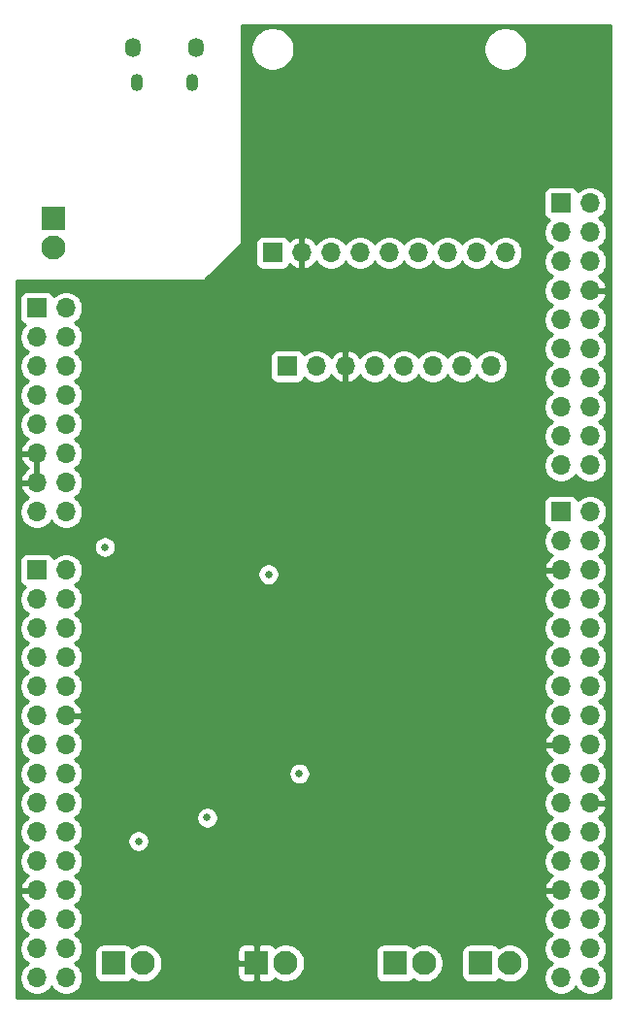
<source format=gbl>
G04 #@! TF.GenerationSoftware,KiCad,Pcbnew,(5.1.5-0)*
G04 #@! TF.CreationDate,2021-06-24T11:38:46-03:00*
G04 #@! TF.ProjectId,pwjsignal,70776a73-6967-46e6-916c-2e6b69636164,rev?*
G04 #@! TF.SameCoordinates,Original*
G04 #@! TF.FileFunction,Copper,L2,Bot*
G04 #@! TF.FilePolarity,Positive*
%FSLAX46Y46*%
G04 Gerber Fmt 4.6, Leading zero omitted, Abs format (unit mm)*
G04 Created by KiCad (PCBNEW (5.1.5-0)) date 2021-06-24 11:38:46*
%MOMM*%
%LPD*%
G04 APERTURE LIST*
%ADD10O,1.700000X1.700000*%
%ADD11R,1.700000X1.700000*%
%ADD12C,2.100000*%
%ADD13R,2.100000X2.100000*%
%ADD14O,1.100000X1.500000*%
%ADD15O,1.350000X1.700000*%
%ADD16C,0.635000*%
%ADD17C,0.254000*%
G04 APERTURE END LIST*
D10*
X161544000Y-71120000D03*
X159004000Y-71120000D03*
X164084000Y-71120000D03*
X153924000Y-71120000D03*
X169164000Y-71120000D03*
X156464000Y-71120000D03*
D11*
X151384000Y-71120000D03*
D10*
X166624000Y-71120000D03*
D12*
X151257000Y-123164600D03*
D13*
X148717000Y-123164600D03*
D12*
X163322000Y-123190000D03*
D13*
X160782000Y-123190000D03*
D11*
X129540000Y-88900000D03*
D10*
X132080000Y-88900000D03*
X129540000Y-91440000D03*
X132080000Y-91440000D03*
X129540000Y-93980000D03*
X132080000Y-93980000D03*
X129540000Y-96520000D03*
X132080000Y-96520000D03*
X129540000Y-99060000D03*
X132080000Y-99060000D03*
X129540000Y-101600000D03*
X132080000Y-101600000D03*
X129540000Y-104140000D03*
X132080000Y-104140000D03*
X129540000Y-106680000D03*
X132080000Y-106680000D03*
X129540000Y-109220000D03*
X132080000Y-109220000D03*
X129540000Y-111760000D03*
X132080000Y-111760000D03*
X129540000Y-114300000D03*
X132080000Y-114300000D03*
X129540000Y-116840000D03*
X132080000Y-116840000D03*
X129540000Y-119380000D03*
X132080000Y-119380000D03*
X129540000Y-121920000D03*
X132080000Y-121920000D03*
X129540000Y-124460000D03*
X132080000Y-124460000D03*
D11*
X175260000Y-83820000D03*
D10*
X177800000Y-83820000D03*
X175260000Y-86360000D03*
X177800000Y-86360000D03*
X175260000Y-88900000D03*
X177800000Y-88900000D03*
X175260000Y-91440000D03*
X177800000Y-91440000D03*
X175260000Y-93980000D03*
X177800000Y-93980000D03*
X175260000Y-96520000D03*
X177800000Y-96520000D03*
X175260000Y-99060000D03*
X177800000Y-99060000D03*
X175260000Y-101600000D03*
X177800000Y-101600000D03*
X175260000Y-104140000D03*
X177800000Y-104140000D03*
X175260000Y-106680000D03*
X177800000Y-106680000D03*
X175260000Y-109220000D03*
X177800000Y-109220000D03*
X175260000Y-111760000D03*
X177800000Y-111760000D03*
X175260000Y-114300000D03*
X177800000Y-114300000D03*
X175260000Y-116840000D03*
X177800000Y-116840000D03*
X175260000Y-119380000D03*
X177800000Y-119380000D03*
X175260000Y-121920000D03*
X177800000Y-121920000D03*
X175260000Y-124460000D03*
X177800000Y-124460000D03*
D13*
X136271000Y-123190000D03*
D12*
X138811000Y-123190000D03*
D13*
X131000500Y-58229500D03*
D12*
X131000500Y-60769500D03*
D14*
X143106000Y-46348000D03*
X138266000Y-46348000D03*
D15*
X143416000Y-43348000D03*
X137956000Y-43348000D03*
D13*
X168275000Y-123190000D03*
D12*
X170815000Y-123190000D03*
D11*
X175260000Y-56900000D03*
D10*
X177800000Y-56900000D03*
X175260000Y-59440000D03*
X177800000Y-59440000D03*
X175260000Y-61980000D03*
X177800000Y-61980000D03*
X175260000Y-64520000D03*
X177800000Y-64520000D03*
X175260000Y-67060000D03*
X177800000Y-67060000D03*
X175260000Y-69600000D03*
X177800000Y-69600000D03*
X175260000Y-72140000D03*
X177800000Y-72140000D03*
X175260000Y-74680000D03*
X177800000Y-74680000D03*
X175260000Y-77220000D03*
X177800000Y-77220000D03*
X175260000Y-79760000D03*
X177800000Y-79760000D03*
D11*
X129540000Y-66040000D03*
D10*
X132080000Y-66040000D03*
X129540000Y-68580000D03*
X132080000Y-68580000D03*
X129540000Y-71120000D03*
X132080000Y-71120000D03*
X129540000Y-73660000D03*
X132080000Y-73660000D03*
X129540000Y-76200000D03*
X132080000Y-76200000D03*
X129540000Y-78740000D03*
X132080000Y-78740000D03*
X129540000Y-81280000D03*
X132080000Y-81280000D03*
X129540000Y-83820000D03*
X132080000Y-83820000D03*
D11*
X150114000Y-61214000D03*
D10*
X170434000Y-61214000D03*
X167894000Y-61214000D03*
X165354000Y-61214000D03*
X162814000Y-61214000D03*
X160274000Y-61214000D03*
X157734000Y-61214000D03*
X155194000Y-61214000D03*
X152654000Y-61214000D03*
D16*
X169354500Y-81343500D03*
X161277300Y-111213900D03*
X166204900Y-111239300D03*
X139496800Y-92456000D03*
X139522200Y-99136200D03*
X154076400Y-99060000D03*
X143510000Y-96977200D03*
X145313400Y-82270600D03*
X144449800Y-82575400D03*
X146608800Y-91389200D03*
X153670000Y-93700600D03*
X139877800Y-89357200D03*
X137947400Y-82296000D03*
X147980400Y-89230200D03*
X158242000Y-122428000D03*
X137464800Y-104978200D03*
X142367000Y-111379000D03*
X142201900Y-113487200D03*
X150749000Y-110096300D03*
X149744400Y-89269600D03*
X144399001Y-110489999D03*
X135483600Y-86893400D03*
X138404600Y-112547400D03*
X152438100Y-106641900D03*
D17*
X160909000Y-123063000D02*
X160782000Y-123190000D01*
X162941000Y-122809000D02*
X163322000Y-123190000D01*
G36*
X179578000Y-126238000D02*
G01*
X127762000Y-126238000D01*
X127762000Y-88050000D01*
X128051928Y-88050000D01*
X128051928Y-89750000D01*
X128064188Y-89874482D01*
X128100498Y-89994180D01*
X128159463Y-90104494D01*
X128238815Y-90201185D01*
X128335506Y-90280537D01*
X128445820Y-90339502D01*
X128518380Y-90361513D01*
X128386525Y-90493368D01*
X128224010Y-90736589D01*
X128112068Y-91006842D01*
X128055000Y-91293740D01*
X128055000Y-91586260D01*
X128112068Y-91873158D01*
X128224010Y-92143411D01*
X128386525Y-92386632D01*
X128593368Y-92593475D01*
X128767760Y-92710000D01*
X128593368Y-92826525D01*
X128386525Y-93033368D01*
X128224010Y-93276589D01*
X128112068Y-93546842D01*
X128055000Y-93833740D01*
X128055000Y-94126260D01*
X128112068Y-94413158D01*
X128224010Y-94683411D01*
X128386525Y-94926632D01*
X128593368Y-95133475D01*
X128767760Y-95250000D01*
X128593368Y-95366525D01*
X128386525Y-95573368D01*
X128224010Y-95816589D01*
X128112068Y-96086842D01*
X128055000Y-96373740D01*
X128055000Y-96666260D01*
X128112068Y-96953158D01*
X128224010Y-97223411D01*
X128386525Y-97466632D01*
X128593368Y-97673475D01*
X128767760Y-97790000D01*
X128593368Y-97906525D01*
X128386525Y-98113368D01*
X128224010Y-98356589D01*
X128112068Y-98626842D01*
X128055000Y-98913740D01*
X128055000Y-99206260D01*
X128112068Y-99493158D01*
X128224010Y-99763411D01*
X128386525Y-100006632D01*
X128593368Y-100213475D01*
X128767760Y-100330000D01*
X128593368Y-100446525D01*
X128386525Y-100653368D01*
X128224010Y-100896589D01*
X128112068Y-101166842D01*
X128055000Y-101453740D01*
X128055000Y-101746260D01*
X128112068Y-102033158D01*
X128224010Y-102303411D01*
X128386525Y-102546632D01*
X128593368Y-102753475D01*
X128767760Y-102870000D01*
X128593368Y-102986525D01*
X128386525Y-103193368D01*
X128224010Y-103436589D01*
X128112068Y-103706842D01*
X128055000Y-103993740D01*
X128055000Y-104286260D01*
X128112068Y-104573158D01*
X128224010Y-104843411D01*
X128386525Y-105086632D01*
X128593368Y-105293475D01*
X128767760Y-105410000D01*
X128593368Y-105526525D01*
X128386525Y-105733368D01*
X128224010Y-105976589D01*
X128112068Y-106246842D01*
X128055000Y-106533740D01*
X128055000Y-106826260D01*
X128112068Y-107113158D01*
X128224010Y-107383411D01*
X128386525Y-107626632D01*
X128593368Y-107833475D01*
X128767760Y-107950000D01*
X128593368Y-108066525D01*
X128386525Y-108273368D01*
X128224010Y-108516589D01*
X128112068Y-108786842D01*
X128055000Y-109073740D01*
X128055000Y-109366260D01*
X128112068Y-109653158D01*
X128224010Y-109923411D01*
X128386525Y-110166632D01*
X128593368Y-110373475D01*
X128767760Y-110490000D01*
X128593368Y-110606525D01*
X128386525Y-110813368D01*
X128224010Y-111056589D01*
X128112068Y-111326842D01*
X128055000Y-111613740D01*
X128055000Y-111906260D01*
X128112068Y-112193158D01*
X128224010Y-112463411D01*
X128386525Y-112706632D01*
X128593368Y-112913475D01*
X128767760Y-113030000D01*
X128593368Y-113146525D01*
X128386525Y-113353368D01*
X128224010Y-113596589D01*
X128112068Y-113866842D01*
X128055000Y-114153740D01*
X128055000Y-114446260D01*
X128112068Y-114733158D01*
X128224010Y-115003411D01*
X128386525Y-115246632D01*
X128593368Y-115453475D01*
X128775534Y-115575195D01*
X128658645Y-115644822D01*
X128442412Y-115839731D01*
X128268359Y-116073080D01*
X128143175Y-116335901D01*
X128098524Y-116483110D01*
X128219845Y-116713000D01*
X129413000Y-116713000D01*
X129413000Y-116693000D01*
X129667000Y-116693000D01*
X129667000Y-116713000D01*
X129687000Y-116713000D01*
X129687000Y-116967000D01*
X129667000Y-116967000D01*
X129667000Y-116987000D01*
X129413000Y-116987000D01*
X129413000Y-116967000D01*
X128219845Y-116967000D01*
X128098524Y-117196890D01*
X128143175Y-117344099D01*
X128268359Y-117606920D01*
X128442412Y-117840269D01*
X128658645Y-118035178D01*
X128775534Y-118104805D01*
X128593368Y-118226525D01*
X128386525Y-118433368D01*
X128224010Y-118676589D01*
X128112068Y-118946842D01*
X128055000Y-119233740D01*
X128055000Y-119526260D01*
X128112068Y-119813158D01*
X128224010Y-120083411D01*
X128386525Y-120326632D01*
X128593368Y-120533475D01*
X128767760Y-120650000D01*
X128593368Y-120766525D01*
X128386525Y-120973368D01*
X128224010Y-121216589D01*
X128112068Y-121486842D01*
X128055000Y-121773740D01*
X128055000Y-122066260D01*
X128112068Y-122353158D01*
X128224010Y-122623411D01*
X128386525Y-122866632D01*
X128593368Y-123073475D01*
X128767760Y-123190000D01*
X128593368Y-123306525D01*
X128386525Y-123513368D01*
X128224010Y-123756589D01*
X128112068Y-124026842D01*
X128055000Y-124313740D01*
X128055000Y-124606260D01*
X128112068Y-124893158D01*
X128224010Y-125163411D01*
X128386525Y-125406632D01*
X128593368Y-125613475D01*
X128836589Y-125775990D01*
X129106842Y-125887932D01*
X129393740Y-125945000D01*
X129686260Y-125945000D01*
X129973158Y-125887932D01*
X130243411Y-125775990D01*
X130486632Y-125613475D01*
X130693475Y-125406632D01*
X130810000Y-125232240D01*
X130926525Y-125406632D01*
X131133368Y-125613475D01*
X131376589Y-125775990D01*
X131646842Y-125887932D01*
X131933740Y-125945000D01*
X132226260Y-125945000D01*
X132513158Y-125887932D01*
X132783411Y-125775990D01*
X133026632Y-125613475D01*
X133233475Y-125406632D01*
X133395990Y-125163411D01*
X133507932Y-124893158D01*
X133565000Y-124606260D01*
X133565000Y-124313740D01*
X133507932Y-124026842D01*
X133395990Y-123756589D01*
X133233475Y-123513368D01*
X133026632Y-123306525D01*
X132852240Y-123190000D01*
X133026632Y-123073475D01*
X133233475Y-122866632D01*
X133395990Y-122623411D01*
X133507932Y-122353158D01*
X133550332Y-122140000D01*
X134582928Y-122140000D01*
X134582928Y-124240000D01*
X134595188Y-124364482D01*
X134631498Y-124484180D01*
X134690463Y-124594494D01*
X134769815Y-124691185D01*
X134866506Y-124770537D01*
X134976820Y-124829502D01*
X135096518Y-124865812D01*
X135221000Y-124878072D01*
X137321000Y-124878072D01*
X137445482Y-124865812D01*
X137565180Y-124829502D01*
X137675494Y-124770537D01*
X137772185Y-124691185D01*
X137851537Y-124594494D01*
X137859042Y-124580454D01*
X138012853Y-124683228D01*
X138319504Y-124810246D01*
X138645042Y-124875000D01*
X138976958Y-124875000D01*
X139302496Y-124810246D01*
X139609147Y-124683228D01*
X139885125Y-124498825D01*
X140119825Y-124264125D01*
X140152916Y-124214600D01*
X147028928Y-124214600D01*
X147041188Y-124339082D01*
X147077498Y-124458780D01*
X147136463Y-124569094D01*
X147215815Y-124665785D01*
X147312506Y-124745137D01*
X147422820Y-124804102D01*
X147542518Y-124840412D01*
X147667000Y-124852672D01*
X148431250Y-124849600D01*
X148590000Y-124690850D01*
X148590000Y-123291600D01*
X147190750Y-123291600D01*
X147032000Y-123450350D01*
X147028928Y-124214600D01*
X140152916Y-124214600D01*
X140304228Y-123988147D01*
X140431246Y-123681496D01*
X140496000Y-123355958D01*
X140496000Y-123024042D01*
X140431246Y-122698504D01*
X140304228Y-122391853D01*
X140119825Y-122115875D01*
X140118550Y-122114600D01*
X147028928Y-122114600D01*
X147032000Y-122878850D01*
X147190750Y-123037600D01*
X148590000Y-123037600D01*
X148590000Y-121638350D01*
X148844000Y-121638350D01*
X148844000Y-123037600D01*
X148864000Y-123037600D01*
X148864000Y-123291600D01*
X148844000Y-123291600D01*
X148844000Y-124690850D01*
X149002750Y-124849600D01*
X149767000Y-124852672D01*
X149891482Y-124840412D01*
X150011180Y-124804102D01*
X150121494Y-124745137D01*
X150218185Y-124665785D01*
X150297537Y-124569094D01*
X150305042Y-124555054D01*
X150458853Y-124657828D01*
X150765504Y-124784846D01*
X151091042Y-124849600D01*
X151422958Y-124849600D01*
X151748496Y-124784846D01*
X152055147Y-124657828D01*
X152331125Y-124473425D01*
X152565825Y-124238725D01*
X152750228Y-123962747D01*
X152877246Y-123656096D01*
X152942000Y-123330558D01*
X152942000Y-122998642D01*
X152877246Y-122673104D01*
X152750228Y-122366453D01*
X152598917Y-122140000D01*
X159093928Y-122140000D01*
X159093928Y-124240000D01*
X159106188Y-124364482D01*
X159142498Y-124484180D01*
X159201463Y-124594494D01*
X159280815Y-124691185D01*
X159377506Y-124770537D01*
X159487820Y-124829502D01*
X159607518Y-124865812D01*
X159732000Y-124878072D01*
X161832000Y-124878072D01*
X161956482Y-124865812D01*
X162076180Y-124829502D01*
X162186494Y-124770537D01*
X162283185Y-124691185D01*
X162362537Y-124594494D01*
X162370042Y-124580454D01*
X162523853Y-124683228D01*
X162830504Y-124810246D01*
X163156042Y-124875000D01*
X163487958Y-124875000D01*
X163813496Y-124810246D01*
X164120147Y-124683228D01*
X164396125Y-124498825D01*
X164630825Y-124264125D01*
X164815228Y-123988147D01*
X164942246Y-123681496D01*
X165007000Y-123355958D01*
X165007000Y-123024042D01*
X164942246Y-122698504D01*
X164815228Y-122391853D01*
X164646945Y-122140000D01*
X166586928Y-122140000D01*
X166586928Y-124240000D01*
X166599188Y-124364482D01*
X166635498Y-124484180D01*
X166694463Y-124594494D01*
X166773815Y-124691185D01*
X166870506Y-124770537D01*
X166980820Y-124829502D01*
X167100518Y-124865812D01*
X167225000Y-124878072D01*
X169325000Y-124878072D01*
X169449482Y-124865812D01*
X169569180Y-124829502D01*
X169679494Y-124770537D01*
X169776185Y-124691185D01*
X169855537Y-124594494D01*
X169863042Y-124580454D01*
X170016853Y-124683228D01*
X170323504Y-124810246D01*
X170649042Y-124875000D01*
X170980958Y-124875000D01*
X171306496Y-124810246D01*
X171613147Y-124683228D01*
X171889125Y-124498825D01*
X172123825Y-124264125D01*
X172308228Y-123988147D01*
X172435246Y-123681496D01*
X172500000Y-123355958D01*
X172500000Y-123024042D01*
X172435246Y-122698504D01*
X172308228Y-122391853D01*
X172123825Y-122115875D01*
X171889125Y-121881175D01*
X171613147Y-121696772D01*
X171306496Y-121569754D01*
X170980958Y-121505000D01*
X170649042Y-121505000D01*
X170323504Y-121569754D01*
X170016853Y-121696772D01*
X169863042Y-121799546D01*
X169855537Y-121785506D01*
X169776185Y-121688815D01*
X169679494Y-121609463D01*
X169569180Y-121550498D01*
X169449482Y-121514188D01*
X169325000Y-121501928D01*
X167225000Y-121501928D01*
X167100518Y-121514188D01*
X166980820Y-121550498D01*
X166870506Y-121609463D01*
X166773815Y-121688815D01*
X166694463Y-121785506D01*
X166635498Y-121895820D01*
X166599188Y-122015518D01*
X166586928Y-122140000D01*
X164646945Y-122140000D01*
X164630825Y-122115875D01*
X164396125Y-121881175D01*
X164120147Y-121696772D01*
X163813496Y-121569754D01*
X163487958Y-121505000D01*
X163156042Y-121505000D01*
X162830504Y-121569754D01*
X162523853Y-121696772D01*
X162370042Y-121799546D01*
X162362537Y-121785506D01*
X162283185Y-121688815D01*
X162186494Y-121609463D01*
X162076180Y-121550498D01*
X161956482Y-121514188D01*
X161832000Y-121501928D01*
X159732000Y-121501928D01*
X159607518Y-121514188D01*
X159487820Y-121550498D01*
X159377506Y-121609463D01*
X159280815Y-121688815D01*
X159201463Y-121785506D01*
X159142498Y-121895820D01*
X159106188Y-122015518D01*
X159093928Y-122140000D01*
X152598917Y-122140000D01*
X152565825Y-122090475D01*
X152331125Y-121855775D01*
X152055147Y-121671372D01*
X151748496Y-121544354D01*
X151422958Y-121479600D01*
X151091042Y-121479600D01*
X150765504Y-121544354D01*
X150458853Y-121671372D01*
X150305042Y-121774146D01*
X150297537Y-121760106D01*
X150218185Y-121663415D01*
X150121494Y-121584063D01*
X150011180Y-121525098D01*
X149891482Y-121488788D01*
X149767000Y-121476528D01*
X149002750Y-121479600D01*
X148844000Y-121638350D01*
X148590000Y-121638350D01*
X148431250Y-121479600D01*
X147667000Y-121476528D01*
X147542518Y-121488788D01*
X147422820Y-121525098D01*
X147312506Y-121584063D01*
X147215815Y-121663415D01*
X147136463Y-121760106D01*
X147077498Y-121870420D01*
X147041188Y-121990118D01*
X147028928Y-122114600D01*
X140118550Y-122114600D01*
X139885125Y-121881175D01*
X139609147Y-121696772D01*
X139302496Y-121569754D01*
X138976958Y-121505000D01*
X138645042Y-121505000D01*
X138319504Y-121569754D01*
X138012853Y-121696772D01*
X137859042Y-121799546D01*
X137851537Y-121785506D01*
X137772185Y-121688815D01*
X137675494Y-121609463D01*
X137565180Y-121550498D01*
X137445482Y-121514188D01*
X137321000Y-121501928D01*
X135221000Y-121501928D01*
X135096518Y-121514188D01*
X134976820Y-121550498D01*
X134866506Y-121609463D01*
X134769815Y-121688815D01*
X134690463Y-121785506D01*
X134631498Y-121895820D01*
X134595188Y-122015518D01*
X134582928Y-122140000D01*
X133550332Y-122140000D01*
X133565000Y-122066260D01*
X133565000Y-121773740D01*
X133507932Y-121486842D01*
X133395990Y-121216589D01*
X133233475Y-120973368D01*
X133026632Y-120766525D01*
X132852240Y-120650000D01*
X133026632Y-120533475D01*
X133233475Y-120326632D01*
X133395990Y-120083411D01*
X133507932Y-119813158D01*
X133565000Y-119526260D01*
X133565000Y-119233740D01*
X133507932Y-118946842D01*
X133395990Y-118676589D01*
X133233475Y-118433368D01*
X133026632Y-118226525D01*
X132852240Y-118110000D01*
X133026632Y-117993475D01*
X133233475Y-117786632D01*
X133395990Y-117543411D01*
X133507932Y-117273158D01*
X133565000Y-116986260D01*
X133565000Y-116693740D01*
X133507932Y-116406842D01*
X133395990Y-116136589D01*
X133233475Y-115893368D01*
X133026632Y-115686525D01*
X132852240Y-115570000D01*
X133026632Y-115453475D01*
X133233475Y-115246632D01*
X133395990Y-115003411D01*
X133507932Y-114733158D01*
X133565000Y-114446260D01*
X133565000Y-114153740D01*
X133507932Y-113866842D01*
X133395990Y-113596589D01*
X133233475Y-113353368D01*
X133026632Y-113146525D01*
X132852240Y-113030000D01*
X133026632Y-112913475D01*
X133233475Y-112706632D01*
X133395990Y-112463411D01*
X133400059Y-112453587D01*
X137452100Y-112453587D01*
X137452100Y-112641213D01*
X137488704Y-112825234D01*
X137560505Y-112998578D01*
X137664745Y-113154584D01*
X137797416Y-113287255D01*
X137953422Y-113391495D01*
X138126766Y-113463296D01*
X138310787Y-113499900D01*
X138498413Y-113499900D01*
X138682434Y-113463296D01*
X138855778Y-113391495D01*
X139011784Y-113287255D01*
X139144455Y-113154584D01*
X139248695Y-112998578D01*
X139320496Y-112825234D01*
X139357100Y-112641213D01*
X139357100Y-112453587D01*
X139320496Y-112269566D01*
X139248695Y-112096222D01*
X139144455Y-111940216D01*
X139011784Y-111807545D01*
X138855778Y-111703305D01*
X138682434Y-111631504D01*
X138498413Y-111594900D01*
X138310787Y-111594900D01*
X138126766Y-111631504D01*
X137953422Y-111703305D01*
X137797416Y-111807545D01*
X137664745Y-111940216D01*
X137560505Y-112096222D01*
X137488704Y-112269566D01*
X137452100Y-112453587D01*
X133400059Y-112453587D01*
X133507932Y-112193158D01*
X133565000Y-111906260D01*
X133565000Y-111613740D01*
X133507932Y-111326842D01*
X133395990Y-111056589D01*
X133233475Y-110813368D01*
X133026632Y-110606525D01*
X132852240Y-110490000D01*
X132992642Y-110396186D01*
X143446501Y-110396186D01*
X143446501Y-110583812D01*
X143483105Y-110767833D01*
X143554906Y-110941177D01*
X143659146Y-111097183D01*
X143791817Y-111229854D01*
X143947823Y-111334094D01*
X144121167Y-111405895D01*
X144305188Y-111442499D01*
X144492814Y-111442499D01*
X144676835Y-111405895D01*
X144850179Y-111334094D01*
X145006185Y-111229854D01*
X145138856Y-111097183D01*
X145243096Y-110941177D01*
X145314897Y-110767833D01*
X145351501Y-110583812D01*
X145351501Y-110396186D01*
X145314897Y-110212165D01*
X145243096Y-110038821D01*
X145138856Y-109882815D01*
X145006185Y-109750144D01*
X144850179Y-109645904D01*
X144676835Y-109574103D01*
X144492814Y-109537499D01*
X144305188Y-109537499D01*
X144121167Y-109574103D01*
X143947823Y-109645904D01*
X143791817Y-109750144D01*
X143659146Y-109882815D01*
X143554906Y-110038821D01*
X143483105Y-110212165D01*
X143446501Y-110396186D01*
X132992642Y-110396186D01*
X133026632Y-110373475D01*
X133233475Y-110166632D01*
X133395990Y-109923411D01*
X133507932Y-109653158D01*
X133565000Y-109366260D01*
X133565000Y-109073740D01*
X133507932Y-108786842D01*
X133395990Y-108516589D01*
X133233475Y-108273368D01*
X133026632Y-108066525D01*
X132852240Y-107950000D01*
X133026632Y-107833475D01*
X133233475Y-107626632D01*
X133395990Y-107383411D01*
X133507932Y-107113158D01*
X133565000Y-106826260D01*
X133565000Y-106548087D01*
X151485600Y-106548087D01*
X151485600Y-106735713D01*
X151522204Y-106919734D01*
X151594005Y-107093078D01*
X151698245Y-107249084D01*
X151830916Y-107381755D01*
X151986922Y-107485995D01*
X152160266Y-107557796D01*
X152344287Y-107594400D01*
X152531913Y-107594400D01*
X152715934Y-107557796D01*
X152889278Y-107485995D01*
X153045284Y-107381755D01*
X153177955Y-107249084D01*
X153282195Y-107093078D01*
X153353996Y-106919734D01*
X153390600Y-106735713D01*
X153390600Y-106548087D01*
X153353996Y-106364066D01*
X153282195Y-106190722D01*
X153177955Y-106034716D01*
X153045284Y-105902045D01*
X152889278Y-105797805D01*
X152715934Y-105726004D01*
X152531913Y-105689400D01*
X152344287Y-105689400D01*
X152160266Y-105726004D01*
X151986922Y-105797805D01*
X151830916Y-105902045D01*
X151698245Y-106034716D01*
X151594005Y-106190722D01*
X151522204Y-106364066D01*
X151485600Y-106548087D01*
X133565000Y-106548087D01*
X133565000Y-106533740D01*
X133507932Y-106246842D01*
X133395990Y-105976589D01*
X133233475Y-105733368D01*
X133026632Y-105526525D01*
X132852240Y-105410000D01*
X133026632Y-105293475D01*
X133233475Y-105086632D01*
X133395990Y-104843411D01*
X133507932Y-104573158D01*
X133565000Y-104286260D01*
X133565000Y-103993740D01*
X133507932Y-103706842D01*
X133395990Y-103436589D01*
X133233475Y-103193368D01*
X133026632Y-102986525D01*
X132844466Y-102864805D01*
X132961355Y-102795178D01*
X133177588Y-102600269D01*
X133351641Y-102366920D01*
X133476825Y-102104099D01*
X133521476Y-101956890D01*
X133400155Y-101727000D01*
X132207000Y-101727000D01*
X132207000Y-101747000D01*
X131953000Y-101747000D01*
X131953000Y-101727000D01*
X131933000Y-101727000D01*
X131933000Y-101473000D01*
X131953000Y-101473000D01*
X131953000Y-101453000D01*
X132207000Y-101453000D01*
X132207000Y-101473000D01*
X133400155Y-101473000D01*
X133521476Y-101243110D01*
X133476825Y-101095901D01*
X133351641Y-100833080D01*
X133177588Y-100599731D01*
X132961355Y-100404822D01*
X132844466Y-100335195D01*
X133026632Y-100213475D01*
X133233475Y-100006632D01*
X133395990Y-99763411D01*
X133507932Y-99493158D01*
X133565000Y-99206260D01*
X133565000Y-98913740D01*
X133507932Y-98626842D01*
X133395990Y-98356589D01*
X133233475Y-98113368D01*
X133026632Y-97906525D01*
X132852240Y-97790000D01*
X133026632Y-97673475D01*
X133233475Y-97466632D01*
X133395990Y-97223411D01*
X133507932Y-96953158D01*
X133565000Y-96666260D01*
X133565000Y-96373740D01*
X133507932Y-96086842D01*
X133395990Y-95816589D01*
X133233475Y-95573368D01*
X133026632Y-95366525D01*
X132852240Y-95250000D01*
X133026632Y-95133475D01*
X133233475Y-94926632D01*
X133395990Y-94683411D01*
X133507932Y-94413158D01*
X133565000Y-94126260D01*
X133565000Y-93833740D01*
X133507932Y-93546842D01*
X133395990Y-93276589D01*
X133233475Y-93033368D01*
X133026632Y-92826525D01*
X132852240Y-92710000D01*
X133026632Y-92593475D01*
X133233475Y-92386632D01*
X133395990Y-92143411D01*
X133507932Y-91873158D01*
X133565000Y-91586260D01*
X133565000Y-91293740D01*
X133507932Y-91006842D01*
X133395990Y-90736589D01*
X133233475Y-90493368D01*
X133026632Y-90286525D01*
X132852240Y-90170000D01*
X133026632Y-90053475D01*
X133233475Y-89846632D01*
X133395990Y-89603411D01*
X133507932Y-89333158D01*
X133539235Y-89175787D01*
X148791900Y-89175787D01*
X148791900Y-89363413D01*
X148828504Y-89547434D01*
X148900305Y-89720778D01*
X149004545Y-89876784D01*
X149137216Y-90009455D01*
X149293222Y-90113695D01*
X149466566Y-90185496D01*
X149650587Y-90222100D01*
X149838213Y-90222100D01*
X150022234Y-90185496D01*
X150195578Y-90113695D01*
X150351584Y-90009455D01*
X150484255Y-89876784D01*
X150588495Y-89720778D01*
X150660296Y-89547434D01*
X150696900Y-89363413D01*
X150696900Y-89175787D01*
X150660296Y-88991766D01*
X150588495Y-88818422D01*
X150484255Y-88662416D01*
X150351584Y-88529745D01*
X150195578Y-88425505D01*
X150022234Y-88353704D01*
X149838213Y-88317100D01*
X149650587Y-88317100D01*
X149466566Y-88353704D01*
X149293222Y-88425505D01*
X149137216Y-88529745D01*
X149004545Y-88662416D01*
X148900305Y-88818422D01*
X148828504Y-88991766D01*
X148791900Y-89175787D01*
X133539235Y-89175787D01*
X133565000Y-89046260D01*
X133565000Y-88753740D01*
X133507932Y-88466842D01*
X133395990Y-88196589D01*
X133233475Y-87953368D01*
X133026632Y-87746525D01*
X132783411Y-87584010D01*
X132513158Y-87472068D01*
X132226260Y-87415000D01*
X131933740Y-87415000D01*
X131646842Y-87472068D01*
X131376589Y-87584010D01*
X131133368Y-87746525D01*
X131001513Y-87878380D01*
X130979502Y-87805820D01*
X130920537Y-87695506D01*
X130841185Y-87598815D01*
X130744494Y-87519463D01*
X130634180Y-87460498D01*
X130514482Y-87424188D01*
X130390000Y-87411928D01*
X128690000Y-87411928D01*
X128565518Y-87424188D01*
X128445820Y-87460498D01*
X128335506Y-87519463D01*
X128238815Y-87598815D01*
X128159463Y-87695506D01*
X128100498Y-87805820D01*
X128064188Y-87925518D01*
X128051928Y-88050000D01*
X127762000Y-88050000D01*
X127762000Y-86799587D01*
X134531100Y-86799587D01*
X134531100Y-86987213D01*
X134567704Y-87171234D01*
X134639505Y-87344578D01*
X134743745Y-87500584D01*
X134876416Y-87633255D01*
X135032422Y-87737495D01*
X135205766Y-87809296D01*
X135389787Y-87845900D01*
X135577413Y-87845900D01*
X135761434Y-87809296D01*
X135934778Y-87737495D01*
X136090784Y-87633255D01*
X136223455Y-87500584D01*
X136327695Y-87344578D01*
X136399496Y-87171234D01*
X136436100Y-86987213D01*
X136436100Y-86799587D01*
X136399496Y-86615566D01*
X136327695Y-86442222D01*
X136223455Y-86286216D01*
X136090784Y-86153545D01*
X135934778Y-86049305D01*
X135761434Y-85977504D01*
X135577413Y-85940900D01*
X135389787Y-85940900D01*
X135205766Y-85977504D01*
X135032422Y-86049305D01*
X134876416Y-86153545D01*
X134743745Y-86286216D01*
X134639505Y-86442222D01*
X134567704Y-86615566D01*
X134531100Y-86799587D01*
X127762000Y-86799587D01*
X127762000Y-79096890D01*
X128098524Y-79096890D01*
X128143175Y-79244099D01*
X128268359Y-79506920D01*
X128442412Y-79740269D01*
X128658645Y-79935178D01*
X128784255Y-80010000D01*
X128658645Y-80084822D01*
X128442412Y-80279731D01*
X128268359Y-80513080D01*
X128143175Y-80775901D01*
X128098524Y-80923110D01*
X128219845Y-81153000D01*
X129413000Y-81153000D01*
X129413000Y-78867000D01*
X128219845Y-78867000D01*
X128098524Y-79096890D01*
X127762000Y-79096890D01*
X127762000Y-65190000D01*
X128051928Y-65190000D01*
X128051928Y-66890000D01*
X128064188Y-67014482D01*
X128100498Y-67134180D01*
X128159463Y-67244494D01*
X128238815Y-67341185D01*
X128335506Y-67420537D01*
X128445820Y-67479502D01*
X128518380Y-67501513D01*
X128386525Y-67633368D01*
X128224010Y-67876589D01*
X128112068Y-68146842D01*
X128055000Y-68433740D01*
X128055000Y-68726260D01*
X128112068Y-69013158D01*
X128224010Y-69283411D01*
X128386525Y-69526632D01*
X128593368Y-69733475D01*
X128767760Y-69850000D01*
X128593368Y-69966525D01*
X128386525Y-70173368D01*
X128224010Y-70416589D01*
X128112068Y-70686842D01*
X128055000Y-70973740D01*
X128055000Y-71266260D01*
X128112068Y-71553158D01*
X128224010Y-71823411D01*
X128386525Y-72066632D01*
X128593368Y-72273475D01*
X128767760Y-72390000D01*
X128593368Y-72506525D01*
X128386525Y-72713368D01*
X128224010Y-72956589D01*
X128112068Y-73226842D01*
X128055000Y-73513740D01*
X128055000Y-73806260D01*
X128112068Y-74093158D01*
X128224010Y-74363411D01*
X128386525Y-74606632D01*
X128593368Y-74813475D01*
X128767760Y-74930000D01*
X128593368Y-75046525D01*
X128386525Y-75253368D01*
X128224010Y-75496589D01*
X128112068Y-75766842D01*
X128055000Y-76053740D01*
X128055000Y-76346260D01*
X128112068Y-76633158D01*
X128224010Y-76903411D01*
X128386525Y-77146632D01*
X128593368Y-77353475D01*
X128775534Y-77475195D01*
X128658645Y-77544822D01*
X128442412Y-77739731D01*
X128268359Y-77973080D01*
X128143175Y-78235901D01*
X128098524Y-78383110D01*
X128219845Y-78613000D01*
X129413000Y-78613000D01*
X129413000Y-78593000D01*
X129667000Y-78593000D01*
X129667000Y-78613000D01*
X129687000Y-78613000D01*
X129687000Y-78867000D01*
X129667000Y-78867000D01*
X129667000Y-81153000D01*
X129687000Y-81153000D01*
X129687000Y-81407000D01*
X129667000Y-81407000D01*
X129667000Y-81427000D01*
X129413000Y-81427000D01*
X129413000Y-81407000D01*
X128219845Y-81407000D01*
X128098524Y-81636890D01*
X128143175Y-81784099D01*
X128268359Y-82046920D01*
X128442412Y-82280269D01*
X128658645Y-82475178D01*
X128775534Y-82544805D01*
X128593368Y-82666525D01*
X128386525Y-82873368D01*
X128224010Y-83116589D01*
X128112068Y-83386842D01*
X128055000Y-83673740D01*
X128055000Y-83966260D01*
X128112068Y-84253158D01*
X128224010Y-84523411D01*
X128386525Y-84766632D01*
X128593368Y-84973475D01*
X128836589Y-85135990D01*
X129106842Y-85247932D01*
X129393740Y-85305000D01*
X129686260Y-85305000D01*
X129973158Y-85247932D01*
X130243411Y-85135990D01*
X130486632Y-84973475D01*
X130693475Y-84766632D01*
X130810000Y-84592240D01*
X130926525Y-84766632D01*
X131133368Y-84973475D01*
X131376589Y-85135990D01*
X131646842Y-85247932D01*
X131933740Y-85305000D01*
X132226260Y-85305000D01*
X132513158Y-85247932D01*
X132783411Y-85135990D01*
X133026632Y-84973475D01*
X133233475Y-84766632D01*
X133395990Y-84523411D01*
X133507932Y-84253158D01*
X133565000Y-83966260D01*
X133565000Y-83673740D01*
X133507932Y-83386842D01*
X133395990Y-83116589D01*
X133298043Y-82970000D01*
X173771928Y-82970000D01*
X173771928Y-84670000D01*
X173784188Y-84794482D01*
X173820498Y-84914180D01*
X173879463Y-85024494D01*
X173958815Y-85121185D01*
X174055506Y-85200537D01*
X174165820Y-85259502D01*
X174238380Y-85281513D01*
X174106525Y-85413368D01*
X173944010Y-85656589D01*
X173832068Y-85926842D01*
X173775000Y-86213740D01*
X173775000Y-86506260D01*
X173832068Y-86793158D01*
X173944010Y-87063411D01*
X174106525Y-87306632D01*
X174313368Y-87513475D01*
X174495534Y-87635195D01*
X174378645Y-87704822D01*
X174162412Y-87899731D01*
X173988359Y-88133080D01*
X173863175Y-88395901D01*
X173818524Y-88543110D01*
X173939845Y-88773000D01*
X175133000Y-88773000D01*
X175133000Y-88753000D01*
X175387000Y-88753000D01*
X175387000Y-88773000D01*
X175407000Y-88773000D01*
X175407000Y-89027000D01*
X175387000Y-89027000D01*
X175387000Y-89047000D01*
X175133000Y-89047000D01*
X175133000Y-89027000D01*
X173939845Y-89027000D01*
X173818524Y-89256890D01*
X173863175Y-89404099D01*
X173988359Y-89666920D01*
X174162412Y-89900269D01*
X174378645Y-90095178D01*
X174495534Y-90164805D01*
X174313368Y-90286525D01*
X174106525Y-90493368D01*
X173944010Y-90736589D01*
X173832068Y-91006842D01*
X173775000Y-91293740D01*
X173775000Y-91586260D01*
X173832068Y-91873158D01*
X173944010Y-92143411D01*
X174106525Y-92386632D01*
X174313368Y-92593475D01*
X174487760Y-92710000D01*
X174313368Y-92826525D01*
X174106525Y-93033368D01*
X173944010Y-93276589D01*
X173832068Y-93546842D01*
X173775000Y-93833740D01*
X173775000Y-94126260D01*
X173832068Y-94413158D01*
X173944010Y-94683411D01*
X174106525Y-94926632D01*
X174313368Y-95133475D01*
X174487760Y-95250000D01*
X174313368Y-95366525D01*
X174106525Y-95573368D01*
X173944010Y-95816589D01*
X173832068Y-96086842D01*
X173775000Y-96373740D01*
X173775000Y-96666260D01*
X173832068Y-96953158D01*
X173944010Y-97223411D01*
X174106525Y-97466632D01*
X174313368Y-97673475D01*
X174487760Y-97790000D01*
X174313368Y-97906525D01*
X174106525Y-98113368D01*
X173944010Y-98356589D01*
X173832068Y-98626842D01*
X173775000Y-98913740D01*
X173775000Y-99206260D01*
X173832068Y-99493158D01*
X173944010Y-99763411D01*
X174106525Y-100006632D01*
X174313368Y-100213475D01*
X174487760Y-100330000D01*
X174313368Y-100446525D01*
X174106525Y-100653368D01*
X173944010Y-100896589D01*
X173832068Y-101166842D01*
X173775000Y-101453740D01*
X173775000Y-101746260D01*
X173832068Y-102033158D01*
X173944010Y-102303411D01*
X174106525Y-102546632D01*
X174313368Y-102753475D01*
X174495534Y-102875195D01*
X174378645Y-102944822D01*
X174162412Y-103139731D01*
X173988359Y-103373080D01*
X173863175Y-103635901D01*
X173818524Y-103783110D01*
X173939845Y-104013000D01*
X175133000Y-104013000D01*
X175133000Y-103993000D01*
X175387000Y-103993000D01*
X175387000Y-104013000D01*
X175407000Y-104013000D01*
X175407000Y-104267000D01*
X175387000Y-104267000D01*
X175387000Y-104287000D01*
X175133000Y-104287000D01*
X175133000Y-104267000D01*
X173939845Y-104267000D01*
X173818524Y-104496890D01*
X173863175Y-104644099D01*
X173988359Y-104906920D01*
X174162412Y-105140269D01*
X174378645Y-105335178D01*
X174495534Y-105404805D01*
X174313368Y-105526525D01*
X174106525Y-105733368D01*
X173944010Y-105976589D01*
X173832068Y-106246842D01*
X173775000Y-106533740D01*
X173775000Y-106826260D01*
X173832068Y-107113158D01*
X173944010Y-107383411D01*
X174106525Y-107626632D01*
X174313368Y-107833475D01*
X174487760Y-107950000D01*
X174313368Y-108066525D01*
X174106525Y-108273368D01*
X173944010Y-108516589D01*
X173832068Y-108786842D01*
X173775000Y-109073740D01*
X173775000Y-109366260D01*
X173832068Y-109653158D01*
X173944010Y-109923411D01*
X174106525Y-110166632D01*
X174313368Y-110373475D01*
X174487760Y-110490000D01*
X174313368Y-110606525D01*
X174106525Y-110813368D01*
X173944010Y-111056589D01*
X173832068Y-111326842D01*
X173775000Y-111613740D01*
X173775000Y-111906260D01*
X173832068Y-112193158D01*
X173944010Y-112463411D01*
X174106525Y-112706632D01*
X174313368Y-112913475D01*
X174487760Y-113030000D01*
X174313368Y-113146525D01*
X174106525Y-113353368D01*
X173944010Y-113596589D01*
X173832068Y-113866842D01*
X173775000Y-114153740D01*
X173775000Y-114446260D01*
X173832068Y-114733158D01*
X173944010Y-115003411D01*
X174106525Y-115246632D01*
X174313368Y-115453475D01*
X174495534Y-115575195D01*
X174378645Y-115644822D01*
X174162412Y-115839731D01*
X173988359Y-116073080D01*
X173863175Y-116335901D01*
X173818524Y-116483110D01*
X173939845Y-116713000D01*
X175133000Y-116713000D01*
X175133000Y-116693000D01*
X175387000Y-116693000D01*
X175387000Y-116713000D01*
X175407000Y-116713000D01*
X175407000Y-116967000D01*
X175387000Y-116967000D01*
X175387000Y-116987000D01*
X175133000Y-116987000D01*
X175133000Y-116967000D01*
X173939845Y-116967000D01*
X173818524Y-117196890D01*
X173863175Y-117344099D01*
X173988359Y-117606920D01*
X174162412Y-117840269D01*
X174378645Y-118035178D01*
X174495534Y-118104805D01*
X174313368Y-118226525D01*
X174106525Y-118433368D01*
X173944010Y-118676589D01*
X173832068Y-118946842D01*
X173775000Y-119233740D01*
X173775000Y-119526260D01*
X173832068Y-119813158D01*
X173944010Y-120083411D01*
X174106525Y-120326632D01*
X174313368Y-120533475D01*
X174487760Y-120650000D01*
X174313368Y-120766525D01*
X174106525Y-120973368D01*
X173944010Y-121216589D01*
X173832068Y-121486842D01*
X173775000Y-121773740D01*
X173775000Y-122066260D01*
X173832068Y-122353158D01*
X173944010Y-122623411D01*
X174106525Y-122866632D01*
X174313368Y-123073475D01*
X174487760Y-123190000D01*
X174313368Y-123306525D01*
X174106525Y-123513368D01*
X173944010Y-123756589D01*
X173832068Y-124026842D01*
X173775000Y-124313740D01*
X173775000Y-124606260D01*
X173832068Y-124893158D01*
X173944010Y-125163411D01*
X174106525Y-125406632D01*
X174313368Y-125613475D01*
X174556589Y-125775990D01*
X174826842Y-125887932D01*
X175113740Y-125945000D01*
X175406260Y-125945000D01*
X175693158Y-125887932D01*
X175963411Y-125775990D01*
X176206632Y-125613475D01*
X176413475Y-125406632D01*
X176530000Y-125232240D01*
X176646525Y-125406632D01*
X176853368Y-125613475D01*
X177096589Y-125775990D01*
X177366842Y-125887932D01*
X177653740Y-125945000D01*
X177946260Y-125945000D01*
X178233158Y-125887932D01*
X178503411Y-125775990D01*
X178746632Y-125613475D01*
X178953475Y-125406632D01*
X179115990Y-125163411D01*
X179227932Y-124893158D01*
X179285000Y-124606260D01*
X179285000Y-124313740D01*
X179227932Y-124026842D01*
X179115990Y-123756589D01*
X178953475Y-123513368D01*
X178746632Y-123306525D01*
X178572240Y-123190000D01*
X178746632Y-123073475D01*
X178953475Y-122866632D01*
X179115990Y-122623411D01*
X179227932Y-122353158D01*
X179285000Y-122066260D01*
X179285000Y-121773740D01*
X179227932Y-121486842D01*
X179115990Y-121216589D01*
X178953475Y-120973368D01*
X178746632Y-120766525D01*
X178572240Y-120650000D01*
X178746632Y-120533475D01*
X178953475Y-120326632D01*
X179115990Y-120083411D01*
X179227932Y-119813158D01*
X179285000Y-119526260D01*
X179285000Y-119233740D01*
X179227932Y-118946842D01*
X179115990Y-118676589D01*
X178953475Y-118433368D01*
X178746632Y-118226525D01*
X178572240Y-118110000D01*
X178746632Y-117993475D01*
X178953475Y-117786632D01*
X179115990Y-117543411D01*
X179227932Y-117273158D01*
X179285000Y-116986260D01*
X179285000Y-116693740D01*
X179227932Y-116406842D01*
X179115990Y-116136589D01*
X178953475Y-115893368D01*
X178746632Y-115686525D01*
X178572240Y-115570000D01*
X178746632Y-115453475D01*
X178953475Y-115246632D01*
X179115990Y-115003411D01*
X179227932Y-114733158D01*
X179285000Y-114446260D01*
X179285000Y-114153740D01*
X179227932Y-113866842D01*
X179115990Y-113596589D01*
X178953475Y-113353368D01*
X178746632Y-113146525D01*
X178572240Y-113030000D01*
X178746632Y-112913475D01*
X178953475Y-112706632D01*
X179115990Y-112463411D01*
X179227932Y-112193158D01*
X179285000Y-111906260D01*
X179285000Y-111613740D01*
X179227932Y-111326842D01*
X179115990Y-111056589D01*
X178953475Y-110813368D01*
X178746632Y-110606525D01*
X178564466Y-110484805D01*
X178681355Y-110415178D01*
X178897588Y-110220269D01*
X179071641Y-109986920D01*
X179196825Y-109724099D01*
X179241476Y-109576890D01*
X179120155Y-109347000D01*
X177927000Y-109347000D01*
X177927000Y-109367000D01*
X177673000Y-109367000D01*
X177673000Y-109347000D01*
X177653000Y-109347000D01*
X177653000Y-109093000D01*
X177673000Y-109093000D01*
X177673000Y-109073000D01*
X177927000Y-109073000D01*
X177927000Y-109093000D01*
X179120155Y-109093000D01*
X179241476Y-108863110D01*
X179196825Y-108715901D01*
X179071641Y-108453080D01*
X178897588Y-108219731D01*
X178681355Y-108024822D01*
X178564466Y-107955195D01*
X178746632Y-107833475D01*
X178953475Y-107626632D01*
X179115990Y-107383411D01*
X179227932Y-107113158D01*
X179285000Y-106826260D01*
X179285000Y-106533740D01*
X179227932Y-106246842D01*
X179115990Y-105976589D01*
X178953475Y-105733368D01*
X178746632Y-105526525D01*
X178572240Y-105410000D01*
X178746632Y-105293475D01*
X178953475Y-105086632D01*
X179115990Y-104843411D01*
X179227932Y-104573158D01*
X179285000Y-104286260D01*
X179285000Y-103993740D01*
X179227932Y-103706842D01*
X179115990Y-103436589D01*
X178953475Y-103193368D01*
X178746632Y-102986525D01*
X178572240Y-102870000D01*
X178746632Y-102753475D01*
X178953475Y-102546632D01*
X179115990Y-102303411D01*
X179227932Y-102033158D01*
X179285000Y-101746260D01*
X179285000Y-101453740D01*
X179227932Y-101166842D01*
X179115990Y-100896589D01*
X178953475Y-100653368D01*
X178746632Y-100446525D01*
X178572240Y-100330000D01*
X178746632Y-100213475D01*
X178953475Y-100006632D01*
X179115990Y-99763411D01*
X179227932Y-99493158D01*
X179285000Y-99206260D01*
X179285000Y-98913740D01*
X179227932Y-98626842D01*
X179115990Y-98356589D01*
X178953475Y-98113368D01*
X178746632Y-97906525D01*
X178572240Y-97790000D01*
X178746632Y-97673475D01*
X178953475Y-97466632D01*
X179115990Y-97223411D01*
X179227932Y-96953158D01*
X179285000Y-96666260D01*
X179285000Y-96373740D01*
X179227932Y-96086842D01*
X179115990Y-95816589D01*
X178953475Y-95573368D01*
X178746632Y-95366525D01*
X178572240Y-95250000D01*
X178746632Y-95133475D01*
X178953475Y-94926632D01*
X179115990Y-94683411D01*
X179227932Y-94413158D01*
X179285000Y-94126260D01*
X179285000Y-93833740D01*
X179227932Y-93546842D01*
X179115990Y-93276589D01*
X178953475Y-93033368D01*
X178746632Y-92826525D01*
X178572240Y-92710000D01*
X178746632Y-92593475D01*
X178953475Y-92386632D01*
X179115990Y-92143411D01*
X179227932Y-91873158D01*
X179285000Y-91586260D01*
X179285000Y-91293740D01*
X179227932Y-91006842D01*
X179115990Y-90736589D01*
X178953475Y-90493368D01*
X178746632Y-90286525D01*
X178572240Y-90170000D01*
X178746632Y-90053475D01*
X178953475Y-89846632D01*
X179115990Y-89603411D01*
X179227932Y-89333158D01*
X179285000Y-89046260D01*
X179285000Y-88753740D01*
X179227932Y-88466842D01*
X179115990Y-88196589D01*
X178953475Y-87953368D01*
X178746632Y-87746525D01*
X178572240Y-87630000D01*
X178746632Y-87513475D01*
X178953475Y-87306632D01*
X179115990Y-87063411D01*
X179227932Y-86793158D01*
X179285000Y-86506260D01*
X179285000Y-86213740D01*
X179227932Y-85926842D01*
X179115990Y-85656589D01*
X178953475Y-85413368D01*
X178746632Y-85206525D01*
X178572240Y-85090000D01*
X178746632Y-84973475D01*
X178953475Y-84766632D01*
X179115990Y-84523411D01*
X179227932Y-84253158D01*
X179285000Y-83966260D01*
X179285000Y-83673740D01*
X179227932Y-83386842D01*
X179115990Y-83116589D01*
X178953475Y-82873368D01*
X178746632Y-82666525D01*
X178503411Y-82504010D01*
X178233158Y-82392068D01*
X177946260Y-82335000D01*
X177653740Y-82335000D01*
X177366842Y-82392068D01*
X177096589Y-82504010D01*
X176853368Y-82666525D01*
X176721513Y-82798380D01*
X176699502Y-82725820D01*
X176640537Y-82615506D01*
X176561185Y-82518815D01*
X176464494Y-82439463D01*
X176354180Y-82380498D01*
X176234482Y-82344188D01*
X176110000Y-82331928D01*
X174410000Y-82331928D01*
X174285518Y-82344188D01*
X174165820Y-82380498D01*
X174055506Y-82439463D01*
X173958815Y-82518815D01*
X173879463Y-82615506D01*
X173820498Y-82725820D01*
X173784188Y-82845518D01*
X173771928Y-82970000D01*
X133298043Y-82970000D01*
X133233475Y-82873368D01*
X133026632Y-82666525D01*
X132852240Y-82550000D01*
X133026632Y-82433475D01*
X133233475Y-82226632D01*
X133395990Y-81983411D01*
X133507932Y-81713158D01*
X133565000Y-81426260D01*
X133565000Y-81133740D01*
X133507932Y-80846842D01*
X133395990Y-80576589D01*
X133233475Y-80333368D01*
X133026632Y-80126525D01*
X132852240Y-80010000D01*
X133026632Y-79893475D01*
X133233475Y-79686632D01*
X133395990Y-79443411D01*
X133507932Y-79173158D01*
X133565000Y-78886260D01*
X133565000Y-78593740D01*
X133507932Y-78306842D01*
X133395990Y-78036589D01*
X133233475Y-77793368D01*
X133026632Y-77586525D01*
X132852240Y-77470000D01*
X133026632Y-77353475D01*
X133233475Y-77146632D01*
X133395990Y-76903411D01*
X133507932Y-76633158D01*
X133565000Y-76346260D01*
X133565000Y-76053740D01*
X133507932Y-75766842D01*
X133395990Y-75496589D01*
X133233475Y-75253368D01*
X133026632Y-75046525D01*
X132852240Y-74930000D01*
X133026632Y-74813475D01*
X133233475Y-74606632D01*
X133395990Y-74363411D01*
X133507932Y-74093158D01*
X133565000Y-73806260D01*
X133565000Y-73513740D01*
X133507932Y-73226842D01*
X133395990Y-72956589D01*
X133233475Y-72713368D01*
X133026632Y-72506525D01*
X132852240Y-72390000D01*
X133026632Y-72273475D01*
X133233475Y-72066632D01*
X133395990Y-71823411D01*
X133507932Y-71553158D01*
X133565000Y-71266260D01*
X133565000Y-70973740D01*
X133507932Y-70686842D01*
X133395990Y-70416589D01*
X133298043Y-70270000D01*
X149895928Y-70270000D01*
X149895928Y-71970000D01*
X149908188Y-72094482D01*
X149944498Y-72214180D01*
X150003463Y-72324494D01*
X150082815Y-72421185D01*
X150179506Y-72500537D01*
X150289820Y-72559502D01*
X150409518Y-72595812D01*
X150534000Y-72608072D01*
X152234000Y-72608072D01*
X152358482Y-72595812D01*
X152478180Y-72559502D01*
X152588494Y-72500537D01*
X152685185Y-72421185D01*
X152764537Y-72324494D01*
X152823502Y-72214180D01*
X152845513Y-72141620D01*
X152977368Y-72273475D01*
X153220589Y-72435990D01*
X153490842Y-72547932D01*
X153777740Y-72605000D01*
X154070260Y-72605000D01*
X154357158Y-72547932D01*
X154627411Y-72435990D01*
X154870632Y-72273475D01*
X155077475Y-72066632D01*
X155199195Y-71884466D01*
X155268822Y-72001355D01*
X155463731Y-72217588D01*
X155697080Y-72391641D01*
X155959901Y-72516825D01*
X156107110Y-72561476D01*
X156337000Y-72440155D01*
X156337000Y-71247000D01*
X156317000Y-71247000D01*
X156317000Y-70993000D01*
X156337000Y-70993000D01*
X156337000Y-69799845D01*
X156591000Y-69799845D01*
X156591000Y-70993000D01*
X156611000Y-70993000D01*
X156611000Y-71247000D01*
X156591000Y-71247000D01*
X156591000Y-72440155D01*
X156820890Y-72561476D01*
X156968099Y-72516825D01*
X157230920Y-72391641D01*
X157464269Y-72217588D01*
X157659178Y-72001355D01*
X157728805Y-71884466D01*
X157850525Y-72066632D01*
X158057368Y-72273475D01*
X158300589Y-72435990D01*
X158570842Y-72547932D01*
X158857740Y-72605000D01*
X159150260Y-72605000D01*
X159437158Y-72547932D01*
X159707411Y-72435990D01*
X159950632Y-72273475D01*
X160157475Y-72066632D01*
X160274000Y-71892240D01*
X160390525Y-72066632D01*
X160597368Y-72273475D01*
X160840589Y-72435990D01*
X161110842Y-72547932D01*
X161397740Y-72605000D01*
X161690260Y-72605000D01*
X161977158Y-72547932D01*
X162247411Y-72435990D01*
X162490632Y-72273475D01*
X162697475Y-72066632D01*
X162814000Y-71892240D01*
X162930525Y-72066632D01*
X163137368Y-72273475D01*
X163380589Y-72435990D01*
X163650842Y-72547932D01*
X163937740Y-72605000D01*
X164230260Y-72605000D01*
X164517158Y-72547932D01*
X164787411Y-72435990D01*
X165030632Y-72273475D01*
X165237475Y-72066632D01*
X165354000Y-71892240D01*
X165470525Y-72066632D01*
X165677368Y-72273475D01*
X165920589Y-72435990D01*
X166190842Y-72547932D01*
X166477740Y-72605000D01*
X166770260Y-72605000D01*
X167057158Y-72547932D01*
X167327411Y-72435990D01*
X167570632Y-72273475D01*
X167777475Y-72066632D01*
X167894000Y-71892240D01*
X168010525Y-72066632D01*
X168217368Y-72273475D01*
X168460589Y-72435990D01*
X168730842Y-72547932D01*
X169017740Y-72605000D01*
X169310260Y-72605000D01*
X169597158Y-72547932D01*
X169867411Y-72435990D01*
X170110632Y-72273475D01*
X170317475Y-72066632D01*
X170479990Y-71823411D01*
X170591932Y-71553158D01*
X170649000Y-71266260D01*
X170649000Y-70973740D01*
X170591932Y-70686842D01*
X170479990Y-70416589D01*
X170317475Y-70173368D01*
X170110632Y-69966525D01*
X169867411Y-69804010D01*
X169597158Y-69692068D01*
X169310260Y-69635000D01*
X169017740Y-69635000D01*
X168730842Y-69692068D01*
X168460589Y-69804010D01*
X168217368Y-69966525D01*
X168010525Y-70173368D01*
X167894000Y-70347760D01*
X167777475Y-70173368D01*
X167570632Y-69966525D01*
X167327411Y-69804010D01*
X167057158Y-69692068D01*
X166770260Y-69635000D01*
X166477740Y-69635000D01*
X166190842Y-69692068D01*
X165920589Y-69804010D01*
X165677368Y-69966525D01*
X165470525Y-70173368D01*
X165354000Y-70347760D01*
X165237475Y-70173368D01*
X165030632Y-69966525D01*
X164787411Y-69804010D01*
X164517158Y-69692068D01*
X164230260Y-69635000D01*
X163937740Y-69635000D01*
X163650842Y-69692068D01*
X163380589Y-69804010D01*
X163137368Y-69966525D01*
X162930525Y-70173368D01*
X162814000Y-70347760D01*
X162697475Y-70173368D01*
X162490632Y-69966525D01*
X162247411Y-69804010D01*
X161977158Y-69692068D01*
X161690260Y-69635000D01*
X161397740Y-69635000D01*
X161110842Y-69692068D01*
X160840589Y-69804010D01*
X160597368Y-69966525D01*
X160390525Y-70173368D01*
X160274000Y-70347760D01*
X160157475Y-70173368D01*
X159950632Y-69966525D01*
X159707411Y-69804010D01*
X159437158Y-69692068D01*
X159150260Y-69635000D01*
X158857740Y-69635000D01*
X158570842Y-69692068D01*
X158300589Y-69804010D01*
X158057368Y-69966525D01*
X157850525Y-70173368D01*
X157728805Y-70355534D01*
X157659178Y-70238645D01*
X157464269Y-70022412D01*
X157230920Y-69848359D01*
X156968099Y-69723175D01*
X156820890Y-69678524D01*
X156591000Y-69799845D01*
X156337000Y-69799845D01*
X156107110Y-69678524D01*
X155959901Y-69723175D01*
X155697080Y-69848359D01*
X155463731Y-70022412D01*
X155268822Y-70238645D01*
X155199195Y-70355534D01*
X155077475Y-70173368D01*
X154870632Y-69966525D01*
X154627411Y-69804010D01*
X154357158Y-69692068D01*
X154070260Y-69635000D01*
X153777740Y-69635000D01*
X153490842Y-69692068D01*
X153220589Y-69804010D01*
X152977368Y-69966525D01*
X152845513Y-70098380D01*
X152823502Y-70025820D01*
X152764537Y-69915506D01*
X152685185Y-69818815D01*
X152588494Y-69739463D01*
X152478180Y-69680498D01*
X152358482Y-69644188D01*
X152234000Y-69631928D01*
X150534000Y-69631928D01*
X150409518Y-69644188D01*
X150289820Y-69680498D01*
X150179506Y-69739463D01*
X150082815Y-69818815D01*
X150003463Y-69915506D01*
X149944498Y-70025820D01*
X149908188Y-70145518D01*
X149895928Y-70270000D01*
X133298043Y-70270000D01*
X133233475Y-70173368D01*
X133026632Y-69966525D01*
X132852240Y-69850000D01*
X133026632Y-69733475D01*
X133233475Y-69526632D01*
X133395990Y-69283411D01*
X133507932Y-69013158D01*
X133565000Y-68726260D01*
X133565000Y-68433740D01*
X133507932Y-68146842D01*
X133395990Y-67876589D01*
X133233475Y-67633368D01*
X133026632Y-67426525D01*
X132852240Y-67310000D01*
X133026632Y-67193475D01*
X133233475Y-66986632D01*
X133395990Y-66743411D01*
X133507932Y-66473158D01*
X133565000Y-66186260D01*
X133565000Y-65893740D01*
X133507932Y-65606842D01*
X133395990Y-65336589D01*
X133233475Y-65093368D01*
X133026632Y-64886525D01*
X132783411Y-64724010D01*
X132513158Y-64612068D01*
X132226260Y-64555000D01*
X131933740Y-64555000D01*
X131646842Y-64612068D01*
X131376589Y-64724010D01*
X131133368Y-64886525D01*
X131001513Y-65018380D01*
X130979502Y-64945820D01*
X130920537Y-64835506D01*
X130841185Y-64738815D01*
X130744494Y-64659463D01*
X130634180Y-64600498D01*
X130514482Y-64564188D01*
X130390000Y-64551928D01*
X128690000Y-64551928D01*
X128565518Y-64564188D01*
X128445820Y-64600498D01*
X128335506Y-64659463D01*
X128238815Y-64738815D01*
X128159463Y-64835506D01*
X128100498Y-64945820D01*
X128064188Y-65065518D01*
X128051928Y-65190000D01*
X127762000Y-65190000D01*
X127762000Y-63627000D01*
X144145000Y-63627000D01*
X144169776Y-63624560D01*
X144193601Y-63617333D01*
X144215557Y-63605597D01*
X144234803Y-63589803D01*
X147409803Y-60414803D01*
X147425597Y-60395557D01*
X147437333Y-60373601D01*
X147440245Y-60364000D01*
X148625928Y-60364000D01*
X148625928Y-62064000D01*
X148638188Y-62188482D01*
X148674498Y-62308180D01*
X148733463Y-62418494D01*
X148812815Y-62515185D01*
X148909506Y-62594537D01*
X149019820Y-62653502D01*
X149139518Y-62689812D01*
X149264000Y-62702072D01*
X150964000Y-62702072D01*
X151088482Y-62689812D01*
X151208180Y-62653502D01*
X151318494Y-62594537D01*
X151415185Y-62515185D01*
X151494537Y-62418494D01*
X151553502Y-62308180D01*
X151577966Y-62227534D01*
X151653731Y-62311588D01*
X151887080Y-62485641D01*
X152149901Y-62610825D01*
X152297110Y-62655476D01*
X152527000Y-62534155D01*
X152527000Y-61341000D01*
X152507000Y-61341000D01*
X152507000Y-61087000D01*
X152527000Y-61087000D01*
X152527000Y-59893845D01*
X152781000Y-59893845D01*
X152781000Y-61087000D01*
X152801000Y-61087000D01*
X152801000Y-61341000D01*
X152781000Y-61341000D01*
X152781000Y-62534155D01*
X153010890Y-62655476D01*
X153158099Y-62610825D01*
X153420920Y-62485641D01*
X153654269Y-62311588D01*
X153849178Y-62095355D01*
X153918805Y-61978466D01*
X154040525Y-62160632D01*
X154247368Y-62367475D01*
X154490589Y-62529990D01*
X154760842Y-62641932D01*
X155047740Y-62699000D01*
X155340260Y-62699000D01*
X155627158Y-62641932D01*
X155897411Y-62529990D01*
X156140632Y-62367475D01*
X156347475Y-62160632D01*
X156464000Y-61986240D01*
X156580525Y-62160632D01*
X156787368Y-62367475D01*
X157030589Y-62529990D01*
X157300842Y-62641932D01*
X157587740Y-62699000D01*
X157880260Y-62699000D01*
X158167158Y-62641932D01*
X158437411Y-62529990D01*
X158680632Y-62367475D01*
X158887475Y-62160632D01*
X159004000Y-61986240D01*
X159120525Y-62160632D01*
X159327368Y-62367475D01*
X159570589Y-62529990D01*
X159840842Y-62641932D01*
X160127740Y-62699000D01*
X160420260Y-62699000D01*
X160707158Y-62641932D01*
X160977411Y-62529990D01*
X161220632Y-62367475D01*
X161427475Y-62160632D01*
X161544000Y-61986240D01*
X161660525Y-62160632D01*
X161867368Y-62367475D01*
X162110589Y-62529990D01*
X162380842Y-62641932D01*
X162667740Y-62699000D01*
X162960260Y-62699000D01*
X163247158Y-62641932D01*
X163517411Y-62529990D01*
X163760632Y-62367475D01*
X163967475Y-62160632D01*
X164084000Y-61986240D01*
X164200525Y-62160632D01*
X164407368Y-62367475D01*
X164650589Y-62529990D01*
X164920842Y-62641932D01*
X165207740Y-62699000D01*
X165500260Y-62699000D01*
X165787158Y-62641932D01*
X166057411Y-62529990D01*
X166300632Y-62367475D01*
X166507475Y-62160632D01*
X166624000Y-61986240D01*
X166740525Y-62160632D01*
X166947368Y-62367475D01*
X167190589Y-62529990D01*
X167460842Y-62641932D01*
X167747740Y-62699000D01*
X168040260Y-62699000D01*
X168327158Y-62641932D01*
X168597411Y-62529990D01*
X168840632Y-62367475D01*
X169047475Y-62160632D01*
X169164000Y-61986240D01*
X169280525Y-62160632D01*
X169487368Y-62367475D01*
X169730589Y-62529990D01*
X170000842Y-62641932D01*
X170287740Y-62699000D01*
X170580260Y-62699000D01*
X170867158Y-62641932D01*
X171137411Y-62529990D01*
X171380632Y-62367475D01*
X171587475Y-62160632D01*
X171749990Y-61917411D01*
X171861932Y-61647158D01*
X171919000Y-61360260D01*
X171919000Y-61067740D01*
X171861932Y-60780842D01*
X171749990Y-60510589D01*
X171587475Y-60267368D01*
X171380632Y-60060525D01*
X171137411Y-59898010D01*
X170867158Y-59786068D01*
X170580260Y-59729000D01*
X170287740Y-59729000D01*
X170000842Y-59786068D01*
X169730589Y-59898010D01*
X169487368Y-60060525D01*
X169280525Y-60267368D01*
X169164000Y-60441760D01*
X169047475Y-60267368D01*
X168840632Y-60060525D01*
X168597411Y-59898010D01*
X168327158Y-59786068D01*
X168040260Y-59729000D01*
X167747740Y-59729000D01*
X167460842Y-59786068D01*
X167190589Y-59898010D01*
X166947368Y-60060525D01*
X166740525Y-60267368D01*
X166624000Y-60441760D01*
X166507475Y-60267368D01*
X166300632Y-60060525D01*
X166057411Y-59898010D01*
X165787158Y-59786068D01*
X165500260Y-59729000D01*
X165207740Y-59729000D01*
X164920842Y-59786068D01*
X164650589Y-59898010D01*
X164407368Y-60060525D01*
X164200525Y-60267368D01*
X164084000Y-60441760D01*
X163967475Y-60267368D01*
X163760632Y-60060525D01*
X163517411Y-59898010D01*
X163247158Y-59786068D01*
X162960260Y-59729000D01*
X162667740Y-59729000D01*
X162380842Y-59786068D01*
X162110589Y-59898010D01*
X161867368Y-60060525D01*
X161660525Y-60267368D01*
X161544000Y-60441760D01*
X161427475Y-60267368D01*
X161220632Y-60060525D01*
X160977411Y-59898010D01*
X160707158Y-59786068D01*
X160420260Y-59729000D01*
X160127740Y-59729000D01*
X159840842Y-59786068D01*
X159570589Y-59898010D01*
X159327368Y-60060525D01*
X159120525Y-60267368D01*
X159004000Y-60441760D01*
X158887475Y-60267368D01*
X158680632Y-60060525D01*
X158437411Y-59898010D01*
X158167158Y-59786068D01*
X157880260Y-59729000D01*
X157587740Y-59729000D01*
X157300842Y-59786068D01*
X157030589Y-59898010D01*
X156787368Y-60060525D01*
X156580525Y-60267368D01*
X156464000Y-60441760D01*
X156347475Y-60267368D01*
X156140632Y-60060525D01*
X155897411Y-59898010D01*
X155627158Y-59786068D01*
X155340260Y-59729000D01*
X155047740Y-59729000D01*
X154760842Y-59786068D01*
X154490589Y-59898010D01*
X154247368Y-60060525D01*
X154040525Y-60267368D01*
X153918805Y-60449534D01*
X153849178Y-60332645D01*
X153654269Y-60116412D01*
X153420920Y-59942359D01*
X153158099Y-59817175D01*
X153010890Y-59772524D01*
X152781000Y-59893845D01*
X152527000Y-59893845D01*
X152297110Y-59772524D01*
X152149901Y-59817175D01*
X151887080Y-59942359D01*
X151653731Y-60116412D01*
X151577966Y-60200466D01*
X151553502Y-60119820D01*
X151494537Y-60009506D01*
X151415185Y-59912815D01*
X151318494Y-59833463D01*
X151208180Y-59774498D01*
X151088482Y-59738188D01*
X150964000Y-59725928D01*
X149264000Y-59725928D01*
X149139518Y-59738188D01*
X149019820Y-59774498D01*
X148909506Y-59833463D01*
X148812815Y-59912815D01*
X148733463Y-60009506D01*
X148674498Y-60119820D01*
X148638188Y-60239518D01*
X148625928Y-60364000D01*
X147440245Y-60364000D01*
X147444560Y-60349776D01*
X147447000Y-60325000D01*
X147447000Y-56050000D01*
X173771928Y-56050000D01*
X173771928Y-57750000D01*
X173784188Y-57874482D01*
X173820498Y-57994180D01*
X173879463Y-58104494D01*
X173958815Y-58201185D01*
X174055506Y-58280537D01*
X174165820Y-58339502D01*
X174238380Y-58361513D01*
X174106525Y-58493368D01*
X173944010Y-58736589D01*
X173832068Y-59006842D01*
X173775000Y-59293740D01*
X173775000Y-59586260D01*
X173832068Y-59873158D01*
X173944010Y-60143411D01*
X174106525Y-60386632D01*
X174313368Y-60593475D01*
X174487760Y-60710000D01*
X174313368Y-60826525D01*
X174106525Y-61033368D01*
X173944010Y-61276589D01*
X173832068Y-61546842D01*
X173775000Y-61833740D01*
X173775000Y-62126260D01*
X173832068Y-62413158D01*
X173944010Y-62683411D01*
X174106525Y-62926632D01*
X174313368Y-63133475D01*
X174487760Y-63250000D01*
X174313368Y-63366525D01*
X174106525Y-63573368D01*
X173944010Y-63816589D01*
X173832068Y-64086842D01*
X173775000Y-64373740D01*
X173775000Y-64666260D01*
X173832068Y-64953158D01*
X173944010Y-65223411D01*
X174106525Y-65466632D01*
X174313368Y-65673475D01*
X174487760Y-65790000D01*
X174313368Y-65906525D01*
X174106525Y-66113368D01*
X173944010Y-66356589D01*
X173832068Y-66626842D01*
X173775000Y-66913740D01*
X173775000Y-67206260D01*
X173832068Y-67493158D01*
X173944010Y-67763411D01*
X174106525Y-68006632D01*
X174313368Y-68213475D01*
X174487760Y-68330000D01*
X174313368Y-68446525D01*
X174106525Y-68653368D01*
X173944010Y-68896589D01*
X173832068Y-69166842D01*
X173775000Y-69453740D01*
X173775000Y-69746260D01*
X173832068Y-70033158D01*
X173944010Y-70303411D01*
X174106525Y-70546632D01*
X174313368Y-70753475D01*
X174487760Y-70870000D01*
X174313368Y-70986525D01*
X174106525Y-71193368D01*
X173944010Y-71436589D01*
X173832068Y-71706842D01*
X173775000Y-71993740D01*
X173775000Y-72286260D01*
X173832068Y-72573158D01*
X173944010Y-72843411D01*
X174106525Y-73086632D01*
X174313368Y-73293475D01*
X174487760Y-73410000D01*
X174313368Y-73526525D01*
X174106525Y-73733368D01*
X173944010Y-73976589D01*
X173832068Y-74246842D01*
X173775000Y-74533740D01*
X173775000Y-74826260D01*
X173832068Y-75113158D01*
X173944010Y-75383411D01*
X174106525Y-75626632D01*
X174313368Y-75833475D01*
X174487760Y-75950000D01*
X174313368Y-76066525D01*
X174106525Y-76273368D01*
X173944010Y-76516589D01*
X173832068Y-76786842D01*
X173775000Y-77073740D01*
X173775000Y-77366260D01*
X173832068Y-77653158D01*
X173944010Y-77923411D01*
X174106525Y-78166632D01*
X174313368Y-78373475D01*
X174487760Y-78490000D01*
X174313368Y-78606525D01*
X174106525Y-78813368D01*
X173944010Y-79056589D01*
X173832068Y-79326842D01*
X173775000Y-79613740D01*
X173775000Y-79906260D01*
X173832068Y-80193158D01*
X173944010Y-80463411D01*
X174106525Y-80706632D01*
X174313368Y-80913475D01*
X174556589Y-81075990D01*
X174826842Y-81187932D01*
X175113740Y-81245000D01*
X175406260Y-81245000D01*
X175693158Y-81187932D01*
X175963411Y-81075990D01*
X176206632Y-80913475D01*
X176413475Y-80706632D01*
X176530000Y-80532240D01*
X176646525Y-80706632D01*
X176853368Y-80913475D01*
X177096589Y-81075990D01*
X177366842Y-81187932D01*
X177653740Y-81245000D01*
X177946260Y-81245000D01*
X178233158Y-81187932D01*
X178503411Y-81075990D01*
X178746632Y-80913475D01*
X178953475Y-80706632D01*
X179115990Y-80463411D01*
X179227932Y-80193158D01*
X179285000Y-79906260D01*
X179285000Y-79613740D01*
X179227932Y-79326842D01*
X179115990Y-79056589D01*
X178953475Y-78813368D01*
X178746632Y-78606525D01*
X178572240Y-78490000D01*
X178746632Y-78373475D01*
X178953475Y-78166632D01*
X179115990Y-77923411D01*
X179227932Y-77653158D01*
X179285000Y-77366260D01*
X179285000Y-77073740D01*
X179227932Y-76786842D01*
X179115990Y-76516589D01*
X178953475Y-76273368D01*
X178746632Y-76066525D01*
X178572240Y-75950000D01*
X178746632Y-75833475D01*
X178953475Y-75626632D01*
X179115990Y-75383411D01*
X179227932Y-75113158D01*
X179285000Y-74826260D01*
X179285000Y-74533740D01*
X179227932Y-74246842D01*
X179115990Y-73976589D01*
X178953475Y-73733368D01*
X178746632Y-73526525D01*
X178572240Y-73410000D01*
X178746632Y-73293475D01*
X178953475Y-73086632D01*
X179115990Y-72843411D01*
X179227932Y-72573158D01*
X179285000Y-72286260D01*
X179285000Y-71993740D01*
X179227932Y-71706842D01*
X179115990Y-71436589D01*
X178953475Y-71193368D01*
X178746632Y-70986525D01*
X178572240Y-70870000D01*
X178746632Y-70753475D01*
X178953475Y-70546632D01*
X179115990Y-70303411D01*
X179227932Y-70033158D01*
X179285000Y-69746260D01*
X179285000Y-69453740D01*
X179227932Y-69166842D01*
X179115990Y-68896589D01*
X178953475Y-68653368D01*
X178746632Y-68446525D01*
X178572240Y-68330000D01*
X178746632Y-68213475D01*
X178953475Y-68006632D01*
X179115990Y-67763411D01*
X179227932Y-67493158D01*
X179285000Y-67206260D01*
X179285000Y-66913740D01*
X179227932Y-66626842D01*
X179115990Y-66356589D01*
X178953475Y-66113368D01*
X178746632Y-65906525D01*
X178564466Y-65784805D01*
X178681355Y-65715178D01*
X178897588Y-65520269D01*
X179071641Y-65286920D01*
X179196825Y-65024099D01*
X179241476Y-64876890D01*
X179120155Y-64647000D01*
X177927000Y-64647000D01*
X177927000Y-64667000D01*
X177673000Y-64667000D01*
X177673000Y-64647000D01*
X177653000Y-64647000D01*
X177653000Y-64393000D01*
X177673000Y-64393000D01*
X177673000Y-64373000D01*
X177927000Y-64373000D01*
X177927000Y-64393000D01*
X179120155Y-64393000D01*
X179241476Y-64163110D01*
X179196825Y-64015901D01*
X179071641Y-63753080D01*
X178897588Y-63519731D01*
X178681355Y-63324822D01*
X178564466Y-63255195D01*
X178746632Y-63133475D01*
X178953475Y-62926632D01*
X179115990Y-62683411D01*
X179227932Y-62413158D01*
X179285000Y-62126260D01*
X179285000Y-61833740D01*
X179227932Y-61546842D01*
X179115990Y-61276589D01*
X178953475Y-61033368D01*
X178746632Y-60826525D01*
X178572240Y-60710000D01*
X178746632Y-60593475D01*
X178953475Y-60386632D01*
X179115990Y-60143411D01*
X179227932Y-59873158D01*
X179285000Y-59586260D01*
X179285000Y-59293740D01*
X179227932Y-59006842D01*
X179115990Y-58736589D01*
X178953475Y-58493368D01*
X178746632Y-58286525D01*
X178572240Y-58170000D01*
X178746632Y-58053475D01*
X178953475Y-57846632D01*
X179115990Y-57603411D01*
X179227932Y-57333158D01*
X179285000Y-57046260D01*
X179285000Y-56753740D01*
X179227932Y-56466842D01*
X179115990Y-56196589D01*
X178953475Y-55953368D01*
X178746632Y-55746525D01*
X178503411Y-55584010D01*
X178233158Y-55472068D01*
X177946260Y-55415000D01*
X177653740Y-55415000D01*
X177366842Y-55472068D01*
X177096589Y-55584010D01*
X176853368Y-55746525D01*
X176721513Y-55878380D01*
X176699502Y-55805820D01*
X176640537Y-55695506D01*
X176561185Y-55598815D01*
X176464494Y-55519463D01*
X176354180Y-55460498D01*
X176234482Y-55424188D01*
X176110000Y-55411928D01*
X174410000Y-55411928D01*
X174285518Y-55424188D01*
X174165820Y-55460498D01*
X174055506Y-55519463D01*
X173958815Y-55598815D01*
X173879463Y-55695506D01*
X173820498Y-55805820D01*
X173784188Y-55925518D01*
X173771928Y-56050000D01*
X147447000Y-56050000D01*
X147447000Y-43246374D01*
X148209000Y-43246374D01*
X148209000Y-43621626D01*
X148282209Y-43989668D01*
X148425811Y-44336356D01*
X148634290Y-44648366D01*
X148899634Y-44913710D01*
X149211644Y-45122189D01*
X149558332Y-45265791D01*
X149926374Y-45339000D01*
X150301626Y-45339000D01*
X150669668Y-45265791D01*
X151016356Y-45122189D01*
X151328366Y-44913710D01*
X151593710Y-44648366D01*
X151802189Y-44336356D01*
X151945791Y-43989668D01*
X152019000Y-43621626D01*
X152019000Y-43246374D01*
X168529000Y-43246374D01*
X168529000Y-43621626D01*
X168602209Y-43989668D01*
X168745811Y-44336356D01*
X168954290Y-44648366D01*
X169219634Y-44913710D01*
X169531644Y-45122189D01*
X169878332Y-45265791D01*
X170246374Y-45339000D01*
X170621626Y-45339000D01*
X170989668Y-45265791D01*
X171336356Y-45122189D01*
X171648366Y-44913710D01*
X171913710Y-44648366D01*
X172122189Y-44336356D01*
X172265791Y-43989668D01*
X172339000Y-43621626D01*
X172339000Y-43246374D01*
X172265791Y-42878332D01*
X172122189Y-42531644D01*
X171913710Y-42219634D01*
X171648366Y-41954290D01*
X171336356Y-41745811D01*
X170989668Y-41602209D01*
X170621626Y-41529000D01*
X170246374Y-41529000D01*
X169878332Y-41602209D01*
X169531644Y-41745811D01*
X169219634Y-41954290D01*
X168954290Y-42219634D01*
X168745811Y-42531644D01*
X168602209Y-42878332D01*
X168529000Y-43246374D01*
X152019000Y-43246374D01*
X151945791Y-42878332D01*
X151802189Y-42531644D01*
X151593710Y-42219634D01*
X151328366Y-41954290D01*
X151016356Y-41745811D01*
X150669668Y-41602209D01*
X150301626Y-41529000D01*
X149926374Y-41529000D01*
X149558332Y-41602209D01*
X149211644Y-41745811D01*
X148899634Y-41954290D01*
X148634290Y-42219634D01*
X148425811Y-42531644D01*
X148282209Y-42878332D01*
X148209000Y-43246374D01*
X147447000Y-43246374D01*
X147447000Y-41402000D01*
X179578000Y-41402000D01*
X179578000Y-126238000D01*
G37*
X179578000Y-126238000D02*
X127762000Y-126238000D01*
X127762000Y-88050000D01*
X128051928Y-88050000D01*
X128051928Y-89750000D01*
X128064188Y-89874482D01*
X128100498Y-89994180D01*
X128159463Y-90104494D01*
X128238815Y-90201185D01*
X128335506Y-90280537D01*
X128445820Y-90339502D01*
X128518380Y-90361513D01*
X128386525Y-90493368D01*
X128224010Y-90736589D01*
X128112068Y-91006842D01*
X128055000Y-91293740D01*
X128055000Y-91586260D01*
X128112068Y-91873158D01*
X128224010Y-92143411D01*
X128386525Y-92386632D01*
X128593368Y-92593475D01*
X128767760Y-92710000D01*
X128593368Y-92826525D01*
X128386525Y-93033368D01*
X128224010Y-93276589D01*
X128112068Y-93546842D01*
X128055000Y-93833740D01*
X128055000Y-94126260D01*
X128112068Y-94413158D01*
X128224010Y-94683411D01*
X128386525Y-94926632D01*
X128593368Y-95133475D01*
X128767760Y-95250000D01*
X128593368Y-95366525D01*
X128386525Y-95573368D01*
X128224010Y-95816589D01*
X128112068Y-96086842D01*
X128055000Y-96373740D01*
X128055000Y-96666260D01*
X128112068Y-96953158D01*
X128224010Y-97223411D01*
X128386525Y-97466632D01*
X128593368Y-97673475D01*
X128767760Y-97790000D01*
X128593368Y-97906525D01*
X128386525Y-98113368D01*
X128224010Y-98356589D01*
X128112068Y-98626842D01*
X128055000Y-98913740D01*
X128055000Y-99206260D01*
X128112068Y-99493158D01*
X128224010Y-99763411D01*
X128386525Y-100006632D01*
X128593368Y-100213475D01*
X128767760Y-100330000D01*
X128593368Y-100446525D01*
X128386525Y-100653368D01*
X128224010Y-100896589D01*
X128112068Y-101166842D01*
X128055000Y-101453740D01*
X128055000Y-101746260D01*
X128112068Y-102033158D01*
X128224010Y-102303411D01*
X128386525Y-102546632D01*
X128593368Y-102753475D01*
X128767760Y-102870000D01*
X128593368Y-102986525D01*
X128386525Y-103193368D01*
X128224010Y-103436589D01*
X128112068Y-103706842D01*
X128055000Y-103993740D01*
X128055000Y-104286260D01*
X128112068Y-104573158D01*
X128224010Y-104843411D01*
X128386525Y-105086632D01*
X128593368Y-105293475D01*
X128767760Y-105410000D01*
X128593368Y-105526525D01*
X128386525Y-105733368D01*
X128224010Y-105976589D01*
X128112068Y-106246842D01*
X128055000Y-106533740D01*
X128055000Y-106826260D01*
X128112068Y-107113158D01*
X128224010Y-107383411D01*
X128386525Y-107626632D01*
X128593368Y-107833475D01*
X128767760Y-107950000D01*
X128593368Y-108066525D01*
X128386525Y-108273368D01*
X128224010Y-108516589D01*
X128112068Y-108786842D01*
X128055000Y-109073740D01*
X128055000Y-109366260D01*
X128112068Y-109653158D01*
X128224010Y-109923411D01*
X128386525Y-110166632D01*
X128593368Y-110373475D01*
X128767760Y-110490000D01*
X128593368Y-110606525D01*
X128386525Y-110813368D01*
X128224010Y-111056589D01*
X128112068Y-111326842D01*
X128055000Y-111613740D01*
X128055000Y-111906260D01*
X128112068Y-112193158D01*
X128224010Y-112463411D01*
X128386525Y-112706632D01*
X128593368Y-112913475D01*
X128767760Y-113030000D01*
X128593368Y-113146525D01*
X128386525Y-113353368D01*
X128224010Y-113596589D01*
X128112068Y-113866842D01*
X128055000Y-114153740D01*
X128055000Y-114446260D01*
X128112068Y-114733158D01*
X128224010Y-115003411D01*
X128386525Y-115246632D01*
X128593368Y-115453475D01*
X128775534Y-115575195D01*
X128658645Y-115644822D01*
X128442412Y-115839731D01*
X128268359Y-116073080D01*
X128143175Y-116335901D01*
X128098524Y-116483110D01*
X128219845Y-116713000D01*
X129413000Y-116713000D01*
X129413000Y-116693000D01*
X129667000Y-116693000D01*
X129667000Y-116713000D01*
X129687000Y-116713000D01*
X129687000Y-116967000D01*
X129667000Y-116967000D01*
X129667000Y-116987000D01*
X129413000Y-116987000D01*
X129413000Y-116967000D01*
X128219845Y-116967000D01*
X128098524Y-117196890D01*
X128143175Y-117344099D01*
X128268359Y-117606920D01*
X128442412Y-117840269D01*
X128658645Y-118035178D01*
X128775534Y-118104805D01*
X128593368Y-118226525D01*
X128386525Y-118433368D01*
X128224010Y-118676589D01*
X128112068Y-118946842D01*
X128055000Y-119233740D01*
X128055000Y-119526260D01*
X128112068Y-119813158D01*
X128224010Y-120083411D01*
X128386525Y-120326632D01*
X128593368Y-120533475D01*
X128767760Y-120650000D01*
X128593368Y-120766525D01*
X128386525Y-120973368D01*
X128224010Y-121216589D01*
X128112068Y-121486842D01*
X128055000Y-121773740D01*
X128055000Y-122066260D01*
X128112068Y-122353158D01*
X128224010Y-122623411D01*
X128386525Y-122866632D01*
X128593368Y-123073475D01*
X128767760Y-123190000D01*
X128593368Y-123306525D01*
X128386525Y-123513368D01*
X128224010Y-123756589D01*
X128112068Y-124026842D01*
X128055000Y-124313740D01*
X128055000Y-124606260D01*
X128112068Y-124893158D01*
X128224010Y-125163411D01*
X128386525Y-125406632D01*
X128593368Y-125613475D01*
X128836589Y-125775990D01*
X129106842Y-125887932D01*
X129393740Y-125945000D01*
X129686260Y-125945000D01*
X129973158Y-125887932D01*
X130243411Y-125775990D01*
X130486632Y-125613475D01*
X130693475Y-125406632D01*
X130810000Y-125232240D01*
X130926525Y-125406632D01*
X131133368Y-125613475D01*
X131376589Y-125775990D01*
X131646842Y-125887932D01*
X131933740Y-125945000D01*
X132226260Y-125945000D01*
X132513158Y-125887932D01*
X132783411Y-125775990D01*
X133026632Y-125613475D01*
X133233475Y-125406632D01*
X133395990Y-125163411D01*
X133507932Y-124893158D01*
X133565000Y-124606260D01*
X133565000Y-124313740D01*
X133507932Y-124026842D01*
X133395990Y-123756589D01*
X133233475Y-123513368D01*
X133026632Y-123306525D01*
X132852240Y-123190000D01*
X133026632Y-123073475D01*
X133233475Y-122866632D01*
X133395990Y-122623411D01*
X133507932Y-122353158D01*
X133550332Y-122140000D01*
X134582928Y-122140000D01*
X134582928Y-124240000D01*
X134595188Y-124364482D01*
X134631498Y-124484180D01*
X134690463Y-124594494D01*
X134769815Y-124691185D01*
X134866506Y-124770537D01*
X134976820Y-124829502D01*
X135096518Y-124865812D01*
X135221000Y-124878072D01*
X137321000Y-124878072D01*
X137445482Y-124865812D01*
X137565180Y-124829502D01*
X137675494Y-124770537D01*
X137772185Y-124691185D01*
X137851537Y-124594494D01*
X137859042Y-124580454D01*
X138012853Y-124683228D01*
X138319504Y-124810246D01*
X138645042Y-124875000D01*
X138976958Y-124875000D01*
X139302496Y-124810246D01*
X139609147Y-124683228D01*
X139885125Y-124498825D01*
X140119825Y-124264125D01*
X140152916Y-124214600D01*
X147028928Y-124214600D01*
X147041188Y-124339082D01*
X147077498Y-124458780D01*
X147136463Y-124569094D01*
X147215815Y-124665785D01*
X147312506Y-124745137D01*
X147422820Y-124804102D01*
X147542518Y-124840412D01*
X147667000Y-124852672D01*
X148431250Y-124849600D01*
X148590000Y-124690850D01*
X148590000Y-123291600D01*
X147190750Y-123291600D01*
X147032000Y-123450350D01*
X147028928Y-124214600D01*
X140152916Y-124214600D01*
X140304228Y-123988147D01*
X140431246Y-123681496D01*
X140496000Y-123355958D01*
X140496000Y-123024042D01*
X140431246Y-122698504D01*
X140304228Y-122391853D01*
X140119825Y-122115875D01*
X140118550Y-122114600D01*
X147028928Y-122114600D01*
X147032000Y-122878850D01*
X147190750Y-123037600D01*
X148590000Y-123037600D01*
X148590000Y-121638350D01*
X148844000Y-121638350D01*
X148844000Y-123037600D01*
X148864000Y-123037600D01*
X148864000Y-123291600D01*
X148844000Y-123291600D01*
X148844000Y-124690850D01*
X149002750Y-124849600D01*
X149767000Y-124852672D01*
X149891482Y-124840412D01*
X150011180Y-124804102D01*
X150121494Y-124745137D01*
X150218185Y-124665785D01*
X150297537Y-124569094D01*
X150305042Y-124555054D01*
X150458853Y-124657828D01*
X150765504Y-124784846D01*
X151091042Y-124849600D01*
X151422958Y-124849600D01*
X151748496Y-124784846D01*
X152055147Y-124657828D01*
X152331125Y-124473425D01*
X152565825Y-124238725D01*
X152750228Y-123962747D01*
X152877246Y-123656096D01*
X152942000Y-123330558D01*
X152942000Y-122998642D01*
X152877246Y-122673104D01*
X152750228Y-122366453D01*
X152598917Y-122140000D01*
X159093928Y-122140000D01*
X159093928Y-124240000D01*
X159106188Y-124364482D01*
X159142498Y-124484180D01*
X159201463Y-124594494D01*
X159280815Y-124691185D01*
X159377506Y-124770537D01*
X159487820Y-124829502D01*
X159607518Y-124865812D01*
X159732000Y-124878072D01*
X161832000Y-124878072D01*
X161956482Y-124865812D01*
X162076180Y-124829502D01*
X162186494Y-124770537D01*
X162283185Y-124691185D01*
X162362537Y-124594494D01*
X162370042Y-124580454D01*
X162523853Y-124683228D01*
X162830504Y-124810246D01*
X163156042Y-124875000D01*
X163487958Y-124875000D01*
X163813496Y-124810246D01*
X164120147Y-124683228D01*
X164396125Y-124498825D01*
X164630825Y-124264125D01*
X164815228Y-123988147D01*
X164942246Y-123681496D01*
X165007000Y-123355958D01*
X165007000Y-123024042D01*
X164942246Y-122698504D01*
X164815228Y-122391853D01*
X164646945Y-122140000D01*
X166586928Y-122140000D01*
X166586928Y-124240000D01*
X166599188Y-124364482D01*
X166635498Y-124484180D01*
X166694463Y-124594494D01*
X166773815Y-124691185D01*
X166870506Y-124770537D01*
X166980820Y-124829502D01*
X167100518Y-124865812D01*
X167225000Y-124878072D01*
X169325000Y-124878072D01*
X169449482Y-124865812D01*
X169569180Y-124829502D01*
X169679494Y-124770537D01*
X169776185Y-124691185D01*
X169855537Y-124594494D01*
X169863042Y-124580454D01*
X170016853Y-124683228D01*
X170323504Y-124810246D01*
X170649042Y-124875000D01*
X170980958Y-124875000D01*
X171306496Y-124810246D01*
X171613147Y-124683228D01*
X171889125Y-124498825D01*
X172123825Y-124264125D01*
X172308228Y-123988147D01*
X172435246Y-123681496D01*
X172500000Y-123355958D01*
X172500000Y-123024042D01*
X172435246Y-122698504D01*
X172308228Y-122391853D01*
X172123825Y-122115875D01*
X171889125Y-121881175D01*
X171613147Y-121696772D01*
X171306496Y-121569754D01*
X170980958Y-121505000D01*
X170649042Y-121505000D01*
X170323504Y-121569754D01*
X170016853Y-121696772D01*
X169863042Y-121799546D01*
X169855537Y-121785506D01*
X169776185Y-121688815D01*
X169679494Y-121609463D01*
X169569180Y-121550498D01*
X169449482Y-121514188D01*
X169325000Y-121501928D01*
X167225000Y-121501928D01*
X167100518Y-121514188D01*
X166980820Y-121550498D01*
X166870506Y-121609463D01*
X166773815Y-121688815D01*
X166694463Y-121785506D01*
X166635498Y-121895820D01*
X166599188Y-122015518D01*
X166586928Y-122140000D01*
X164646945Y-122140000D01*
X164630825Y-122115875D01*
X164396125Y-121881175D01*
X164120147Y-121696772D01*
X163813496Y-121569754D01*
X163487958Y-121505000D01*
X163156042Y-121505000D01*
X162830504Y-121569754D01*
X162523853Y-121696772D01*
X162370042Y-121799546D01*
X162362537Y-121785506D01*
X162283185Y-121688815D01*
X162186494Y-121609463D01*
X162076180Y-121550498D01*
X161956482Y-121514188D01*
X161832000Y-121501928D01*
X159732000Y-121501928D01*
X159607518Y-121514188D01*
X159487820Y-121550498D01*
X159377506Y-121609463D01*
X159280815Y-121688815D01*
X159201463Y-121785506D01*
X159142498Y-121895820D01*
X159106188Y-122015518D01*
X159093928Y-122140000D01*
X152598917Y-122140000D01*
X152565825Y-122090475D01*
X152331125Y-121855775D01*
X152055147Y-121671372D01*
X151748496Y-121544354D01*
X151422958Y-121479600D01*
X151091042Y-121479600D01*
X150765504Y-121544354D01*
X150458853Y-121671372D01*
X150305042Y-121774146D01*
X150297537Y-121760106D01*
X150218185Y-121663415D01*
X150121494Y-121584063D01*
X150011180Y-121525098D01*
X149891482Y-121488788D01*
X149767000Y-121476528D01*
X149002750Y-121479600D01*
X148844000Y-121638350D01*
X148590000Y-121638350D01*
X148431250Y-121479600D01*
X147667000Y-121476528D01*
X147542518Y-121488788D01*
X147422820Y-121525098D01*
X147312506Y-121584063D01*
X147215815Y-121663415D01*
X147136463Y-121760106D01*
X147077498Y-121870420D01*
X147041188Y-121990118D01*
X147028928Y-122114600D01*
X140118550Y-122114600D01*
X139885125Y-121881175D01*
X139609147Y-121696772D01*
X139302496Y-121569754D01*
X138976958Y-121505000D01*
X138645042Y-121505000D01*
X138319504Y-121569754D01*
X138012853Y-121696772D01*
X137859042Y-121799546D01*
X137851537Y-121785506D01*
X137772185Y-121688815D01*
X137675494Y-121609463D01*
X137565180Y-121550498D01*
X137445482Y-121514188D01*
X137321000Y-121501928D01*
X135221000Y-121501928D01*
X135096518Y-121514188D01*
X134976820Y-121550498D01*
X134866506Y-121609463D01*
X134769815Y-121688815D01*
X134690463Y-121785506D01*
X134631498Y-121895820D01*
X134595188Y-122015518D01*
X134582928Y-122140000D01*
X133550332Y-122140000D01*
X133565000Y-122066260D01*
X133565000Y-121773740D01*
X133507932Y-121486842D01*
X133395990Y-121216589D01*
X133233475Y-120973368D01*
X133026632Y-120766525D01*
X132852240Y-120650000D01*
X133026632Y-120533475D01*
X133233475Y-120326632D01*
X133395990Y-120083411D01*
X133507932Y-119813158D01*
X133565000Y-119526260D01*
X133565000Y-119233740D01*
X133507932Y-118946842D01*
X133395990Y-118676589D01*
X133233475Y-118433368D01*
X133026632Y-118226525D01*
X132852240Y-118110000D01*
X133026632Y-117993475D01*
X133233475Y-117786632D01*
X133395990Y-117543411D01*
X133507932Y-117273158D01*
X133565000Y-116986260D01*
X133565000Y-116693740D01*
X133507932Y-116406842D01*
X133395990Y-116136589D01*
X133233475Y-115893368D01*
X133026632Y-115686525D01*
X132852240Y-115570000D01*
X133026632Y-115453475D01*
X133233475Y-115246632D01*
X133395990Y-115003411D01*
X133507932Y-114733158D01*
X133565000Y-114446260D01*
X133565000Y-114153740D01*
X133507932Y-113866842D01*
X133395990Y-113596589D01*
X133233475Y-113353368D01*
X133026632Y-113146525D01*
X132852240Y-113030000D01*
X133026632Y-112913475D01*
X133233475Y-112706632D01*
X133395990Y-112463411D01*
X133400059Y-112453587D01*
X137452100Y-112453587D01*
X137452100Y-112641213D01*
X137488704Y-112825234D01*
X137560505Y-112998578D01*
X137664745Y-113154584D01*
X137797416Y-113287255D01*
X137953422Y-113391495D01*
X138126766Y-113463296D01*
X138310787Y-113499900D01*
X138498413Y-113499900D01*
X138682434Y-113463296D01*
X138855778Y-113391495D01*
X139011784Y-113287255D01*
X139144455Y-113154584D01*
X139248695Y-112998578D01*
X139320496Y-112825234D01*
X139357100Y-112641213D01*
X139357100Y-112453587D01*
X139320496Y-112269566D01*
X139248695Y-112096222D01*
X139144455Y-111940216D01*
X139011784Y-111807545D01*
X138855778Y-111703305D01*
X138682434Y-111631504D01*
X138498413Y-111594900D01*
X138310787Y-111594900D01*
X138126766Y-111631504D01*
X137953422Y-111703305D01*
X137797416Y-111807545D01*
X137664745Y-111940216D01*
X137560505Y-112096222D01*
X137488704Y-112269566D01*
X137452100Y-112453587D01*
X133400059Y-112453587D01*
X133507932Y-112193158D01*
X133565000Y-111906260D01*
X133565000Y-111613740D01*
X133507932Y-111326842D01*
X133395990Y-111056589D01*
X133233475Y-110813368D01*
X133026632Y-110606525D01*
X132852240Y-110490000D01*
X132992642Y-110396186D01*
X143446501Y-110396186D01*
X143446501Y-110583812D01*
X143483105Y-110767833D01*
X143554906Y-110941177D01*
X143659146Y-111097183D01*
X143791817Y-111229854D01*
X143947823Y-111334094D01*
X144121167Y-111405895D01*
X144305188Y-111442499D01*
X144492814Y-111442499D01*
X144676835Y-111405895D01*
X144850179Y-111334094D01*
X145006185Y-111229854D01*
X145138856Y-111097183D01*
X145243096Y-110941177D01*
X145314897Y-110767833D01*
X145351501Y-110583812D01*
X145351501Y-110396186D01*
X145314897Y-110212165D01*
X145243096Y-110038821D01*
X145138856Y-109882815D01*
X145006185Y-109750144D01*
X144850179Y-109645904D01*
X144676835Y-109574103D01*
X144492814Y-109537499D01*
X144305188Y-109537499D01*
X144121167Y-109574103D01*
X143947823Y-109645904D01*
X143791817Y-109750144D01*
X143659146Y-109882815D01*
X143554906Y-110038821D01*
X143483105Y-110212165D01*
X143446501Y-110396186D01*
X132992642Y-110396186D01*
X133026632Y-110373475D01*
X133233475Y-110166632D01*
X133395990Y-109923411D01*
X133507932Y-109653158D01*
X133565000Y-109366260D01*
X133565000Y-109073740D01*
X133507932Y-108786842D01*
X133395990Y-108516589D01*
X133233475Y-108273368D01*
X133026632Y-108066525D01*
X132852240Y-107950000D01*
X133026632Y-107833475D01*
X133233475Y-107626632D01*
X133395990Y-107383411D01*
X133507932Y-107113158D01*
X133565000Y-106826260D01*
X133565000Y-106548087D01*
X151485600Y-106548087D01*
X151485600Y-106735713D01*
X151522204Y-106919734D01*
X151594005Y-107093078D01*
X151698245Y-107249084D01*
X151830916Y-107381755D01*
X151986922Y-107485995D01*
X152160266Y-107557796D01*
X152344287Y-107594400D01*
X152531913Y-107594400D01*
X152715934Y-107557796D01*
X152889278Y-107485995D01*
X153045284Y-107381755D01*
X153177955Y-107249084D01*
X153282195Y-107093078D01*
X153353996Y-106919734D01*
X153390600Y-106735713D01*
X153390600Y-106548087D01*
X153353996Y-106364066D01*
X153282195Y-106190722D01*
X153177955Y-106034716D01*
X153045284Y-105902045D01*
X152889278Y-105797805D01*
X152715934Y-105726004D01*
X152531913Y-105689400D01*
X152344287Y-105689400D01*
X152160266Y-105726004D01*
X151986922Y-105797805D01*
X151830916Y-105902045D01*
X151698245Y-106034716D01*
X151594005Y-106190722D01*
X151522204Y-106364066D01*
X151485600Y-106548087D01*
X133565000Y-106548087D01*
X133565000Y-106533740D01*
X133507932Y-106246842D01*
X133395990Y-105976589D01*
X133233475Y-105733368D01*
X133026632Y-105526525D01*
X132852240Y-105410000D01*
X133026632Y-105293475D01*
X133233475Y-105086632D01*
X133395990Y-104843411D01*
X133507932Y-104573158D01*
X133565000Y-104286260D01*
X133565000Y-103993740D01*
X133507932Y-103706842D01*
X133395990Y-103436589D01*
X133233475Y-103193368D01*
X133026632Y-102986525D01*
X132844466Y-102864805D01*
X132961355Y-102795178D01*
X133177588Y-102600269D01*
X133351641Y-102366920D01*
X133476825Y-102104099D01*
X133521476Y-101956890D01*
X133400155Y-101727000D01*
X132207000Y-101727000D01*
X132207000Y-101747000D01*
X131953000Y-101747000D01*
X131953000Y-101727000D01*
X131933000Y-101727000D01*
X131933000Y-101473000D01*
X131953000Y-101473000D01*
X131953000Y-101453000D01*
X132207000Y-101453000D01*
X132207000Y-101473000D01*
X133400155Y-101473000D01*
X133521476Y-101243110D01*
X133476825Y-101095901D01*
X133351641Y-100833080D01*
X133177588Y-100599731D01*
X132961355Y-100404822D01*
X132844466Y-100335195D01*
X133026632Y-100213475D01*
X133233475Y-100006632D01*
X133395990Y-99763411D01*
X133507932Y-99493158D01*
X133565000Y-99206260D01*
X133565000Y-98913740D01*
X133507932Y-98626842D01*
X133395990Y-98356589D01*
X133233475Y-98113368D01*
X133026632Y-97906525D01*
X132852240Y-97790000D01*
X133026632Y-97673475D01*
X133233475Y-97466632D01*
X133395990Y-97223411D01*
X133507932Y-96953158D01*
X133565000Y-96666260D01*
X133565000Y-96373740D01*
X133507932Y-96086842D01*
X133395990Y-95816589D01*
X133233475Y-95573368D01*
X133026632Y-95366525D01*
X132852240Y-95250000D01*
X133026632Y-95133475D01*
X133233475Y-94926632D01*
X133395990Y-94683411D01*
X133507932Y-94413158D01*
X133565000Y-94126260D01*
X133565000Y-93833740D01*
X133507932Y-93546842D01*
X133395990Y-93276589D01*
X133233475Y-93033368D01*
X133026632Y-92826525D01*
X132852240Y-92710000D01*
X133026632Y-92593475D01*
X133233475Y-92386632D01*
X133395990Y-92143411D01*
X133507932Y-91873158D01*
X133565000Y-91586260D01*
X133565000Y-91293740D01*
X133507932Y-91006842D01*
X133395990Y-90736589D01*
X133233475Y-90493368D01*
X133026632Y-90286525D01*
X132852240Y-90170000D01*
X133026632Y-90053475D01*
X133233475Y-89846632D01*
X133395990Y-89603411D01*
X133507932Y-89333158D01*
X133539235Y-89175787D01*
X148791900Y-89175787D01*
X148791900Y-89363413D01*
X148828504Y-89547434D01*
X148900305Y-89720778D01*
X149004545Y-89876784D01*
X149137216Y-90009455D01*
X149293222Y-90113695D01*
X149466566Y-90185496D01*
X149650587Y-90222100D01*
X149838213Y-90222100D01*
X150022234Y-90185496D01*
X150195578Y-90113695D01*
X150351584Y-90009455D01*
X150484255Y-89876784D01*
X150588495Y-89720778D01*
X150660296Y-89547434D01*
X150696900Y-89363413D01*
X150696900Y-89175787D01*
X150660296Y-88991766D01*
X150588495Y-88818422D01*
X150484255Y-88662416D01*
X150351584Y-88529745D01*
X150195578Y-88425505D01*
X150022234Y-88353704D01*
X149838213Y-88317100D01*
X149650587Y-88317100D01*
X149466566Y-88353704D01*
X149293222Y-88425505D01*
X149137216Y-88529745D01*
X149004545Y-88662416D01*
X148900305Y-88818422D01*
X148828504Y-88991766D01*
X148791900Y-89175787D01*
X133539235Y-89175787D01*
X133565000Y-89046260D01*
X133565000Y-88753740D01*
X133507932Y-88466842D01*
X133395990Y-88196589D01*
X133233475Y-87953368D01*
X133026632Y-87746525D01*
X132783411Y-87584010D01*
X132513158Y-87472068D01*
X132226260Y-87415000D01*
X131933740Y-87415000D01*
X131646842Y-87472068D01*
X131376589Y-87584010D01*
X131133368Y-87746525D01*
X131001513Y-87878380D01*
X130979502Y-87805820D01*
X130920537Y-87695506D01*
X130841185Y-87598815D01*
X130744494Y-87519463D01*
X130634180Y-87460498D01*
X130514482Y-87424188D01*
X130390000Y-87411928D01*
X128690000Y-87411928D01*
X128565518Y-87424188D01*
X128445820Y-87460498D01*
X128335506Y-87519463D01*
X128238815Y-87598815D01*
X128159463Y-87695506D01*
X128100498Y-87805820D01*
X128064188Y-87925518D01*
X128051928Y-88050000D01*
X127762000Y-88050000D01*
X127762000Y-86799587D01*
X134531100Y-86799587D01*
X134531100Y-86987213D01*
X134567704Y-87171234D01*
X134639505Y-87344578D01*
X134743745Y-87500584D01*
X134876416Y-87633255D01*
X135032422Y-87737495D01*
X135205766Y-87809296D01*
X135389787Y-87845900D01*
X135577413Y-87845900D01*
X135761434Y-87809296D01*
X135934778Y-87737495D01*
X136090784Y-87633255D01*
X136223455Y-87500584D01*
X136327695Y-87344578D01*
X136399496Y-87171234D01*
X136436100Y-86987213D01*
X136436100Y-86799587D01*
X136399496Y-86615566D01*
X136327695Y-86442222D01*
X136223455Y-86286216D01*
X136090784Y-86153545D01*
X135934778Y-86049305D01*
X135761434Y-85977504D01*
X135577413Y-85940900D01*
X135389787Y-85940900D01*
X135205766Y-85977504D01*
X135032422Y-86049305D01*
X134876416Y-86153545D01*
X134743745Y-86286216D01*
X134639505Y-86442222D01*
X134567704Y-86615566D01*
X134531100Y-86799587D01*
X127762000Y-86799587D01*
X127762000Y-79096890D01*
X128098524Y-79096890D01*
X128143175Y-79244099D01*
X128268359Y-79506920D01*
X128442412Y-79740269D01*
X128658645Y-79935178D01*
X128784255Y-80010000D01*
X128658645Y-80084822D01*
X128442412Y-80279731D01*
X128268359Y-80513080D01*
X128143175Y-80775901D01*
X128098524Y-80923110D01*
X128219845Y-81153000D01*
X129413000Y-81153000D01*
X129413000Y-78867000D01*
X128219845Y-78867000D01*
X128098524Y-79096890D01*
X127762000Y-79096890D01*
X127762000Y-65190000D01*
X128051928Y-65190000D01*
X128051928Y-66890000D01*
X128064188Y-67014482D01*
X128100498Y-67134180D01*
X128159463Y-67244494D01*
X128238815Y-67341185D01*
X128335506Y-67420537D01*
X128445820Y-67479502D01*
X128518380Y-67501513D01*
X128386525Y-67633368D01*
X128224010Y-67876589D01*
X128112068Y-68146842D01*
X128055000Y-68433740D01*
X128055000Y-68726260D01*
X128112068Y-69013158D01*
X128224010Y-69283411D01*
X128386525Y-69526632D01*
X128593368Y-69733475D01*
X128767760Y-69850000D01*
X128593368Y-69966525D01*
X128386525Y-70173368D01*
X128224010Y-70416589D01*
X128112068Y-70686842D01*
X128055000Y-70973740D01*
X128055000Y-71266260D01*
X128112068Y-71553158D01*
X128224010Y-71823411D01*
X128386525Y-72066632D01*
X128593368Y-72273475D01*
X128767760Y-72390000D01*
X128593368Y-72506525D01*
X128386525Y-72713368D01*
X128224010Y-72956589D01*
X128112068Y-73226842D01*
X128055000Y-73513740D01*
X128055000Y-73806260D01*
X128112068Y-74093158D01*
X128224010Y-74363411D01*
X128386525Y-74606632D01*
X128593368Y-74813475D01*
X128767760Y-74930000D01*
X128593368Y-75046525D01*
X128386525Y-75253368D01*
X128224010Y-75496589D01*
X128112068Y-75766842D01*
X128055000Y-76053740D01*
X128055000Y-76346260D01*
X128112068Y-76633158D01*
X128224010Y-76903411D01*
X128386525Y-77146632D01*
X128593368Y-77353475D01*
X128775534Y-77475195D01*
X128658645Y-77544822D01*
X128442412Y-77739731D01*
X128268359Y-77973080D01*
X128143175Y-78235901D01*
X128098524Y-78383110D01*
X128219845Y-78613000D01*
X129413000Y-78613000D01*
X129413000Y-78593000D01*
X129667000Y-78593000D01*
X129667000Y-78613000D01*
X129687000Y-78613000D01*
X129687000Y-78867000D01*
X129667000Y-78867000D01*
X129667000Y-81153000D01*
X129687000Y-81153000D01*
X129687000Y-81407000D01*
X129667000Y-81407000D01*
X129667000Y-81427000D01*
X129413000Y-81427000D01*
X129413000Y-81407000D01*
X128219845Y-81407000D01*
X128098524Y-81636890D01*
X128143175Y-81784099D01*
X128268359Y-82046920D01*
X128442412Y-82280269D01*
X128658645Y-82475178D01*
X128775534Y-82544805D01*
X128593368Y-82666525D01*
X128386525Y-82873368D01*
X128224010Y-83116589D01*
X128112068Y-83386842D01*
X128055000Y-83673740D01*
X128055000Y-83966260D01*
X128112068Y-84253158D01*
X128224010Y-84523411D01*
X128386525Y-84766632D01*
X128593368Y-84973475D01*
X128836589Y-85135990D01*
X129106842Y-85247932D01*
X129393740Y-85305000D01*
X129686260Y-85305000D01*
X129973158Y-85247932D01*
X130243411Y-85135990D01*
X130486632Y-84973475D01*
X130693475Y-84766632D01*
X130810000Y-84592240D01*
X130926525Y-84766632D01*
X131133368Y-84973475D01*
X131376589Y-85135990D01*
X131646842Y-85247932D01*
X131933740Y-85305000D01*
X132226260Y-85305000D01*
X132513158Y-85247932D01*
X132783411Y-85135990D01*
X133026632Y-84973475D01*
X133233475Y-84766632D01*
X133395990Y-84523411D01*
X133507932Y-84253158D01*
X133565000Y-83966260D01*
X133565000Y-83673740D01*
X133507932Y-83386842D01*
X133395990Y-83116589D01*
X133298043Y-82970000D01*
X173771928Y-82970000D01*
X173771928Y-84670000D01*
X173784188Y-84794482D01*
X173820498Y-84914180D01*
X173879463Y-85024494D01*
X173958815Y-85121185D01*
X174055506Y-85200537D01*
X174165820Y-85259502D01*
X174238380Y-85281513D01*
X174106525Y-85413368D01*
X173944010Y-85656589D01*
X173832068Y-85926842D01*
X173775000Y-86213740D01*
X173775000Y-86506260D01*
X173832068Y-86793158D01*
X173944010Y-87063411D01*
X174106525Y-87306632D01*
X174313368Y-87513475D01*
X174495534Y-87635195D01*
X174378645Y-87704822D01*
X174162412Y-87899731D01*
X173988359Y-88133080D01*
X173863175Y-88395901D01*
X173818524Y-88543110D01*
X173939845Y-88773000D01*
X175133000Y-88773000D01*
X175133000Y-88753000D01*
X175387000Y-88753000D01*
X175387000Y-88773000D01*
X175407000Y-88773000D01*
X175407000Y-89027000D01*
X175387000Y-89027000D01*
X175387000Y-89047000D01*
X175133000Y-89047000D01*
X175133000Y-89027000D01*
X173939845Y-89027000D01*
X173818524Y-89256890D01*
X173863175Y-89404099D01*
X173988359Y-89666920D01*
X174162412Y-89900269D01*
X174378645Y-90095178D01*
X174495534Y-90164805D01*
X174313368Y-90286525D01*
X174106525Y-90493368D01*
X173944010Y-90736589D01*
X173832068Y-91006842D01*
X173775000Y-91293740D01*
X173775000Y-91586260D01*
X173832068Y-91873158D01*
X173944010Y-92143411D01*
X174106525Y-92386632D01*
X174313368Y-92593475D01*
X174487760Y-92710000D01*
X174313368Y-92826525D01*
X174106525Y-93033368D01*
X173944010Y-93276589D01*
X173832068Y-93546842D01*
X173775000Y-93833740D01*
X173775000Y-94126260D01*
X173832068Y-94413158D01*
X173944010Y-94683411D01*
X174106525Y-94926632D01*
X174313368Y-95133475D01*
X174487760Y-95250000D01*
X174313368Y-95366525D01*
X174106525Y-95573368D01*
X173944010Y-95816589D01*
X173832068Y-96086842D01*
X173775000Y-96373740D01*
X173775000Y-96666260D01*
X173832068Y-96953158D01*
X173944010Y-97223411D01*
X174106525Y-97466632D01*
X174313368Y-97673475D01*
X174487760Y-97790000D01*
X174313368Y-97906525D01*
X174106525Y-98113368D01*
X173944010Y-98356589D01*
X173832068Y-98626842D01*
X173775000Y-98913740D01*
X173775000Y-99206260D01*
X173832068Y-99493158D01*
X173944010Y-99763411D01*
X174106525Y-100006632D01*
X174313368Y-100213475D01*
X174487760Y-100330000D01*
X174313368Y-100446525D01*
X174106525Y-100653368D01*
X173944010Y-100896589D01*
X173832068Y-101166842D01*
X173775000Y-101453740D01*
X173775000Y-101746260D01*
X173832068Y-102033158D01*
X173944010Y-102303411D01*
X174106525Y-102546632D01*
X174313368Y-102753475D01*
X174495534Y-102875195D01*
X174378645Y-102944822D01*
X174162412Y-103139731D01*
X173988359Y-103373080D01*
X173863175Y-103635901D01*
X173818524Y-103783110D01*
X173939845Y-104013000D01*
X175133000Y-104013000D01*
X175133000Y-103993000D01*
X175387000Y-103993000D01*
X175387000Y-104013000D01*
X175407000Y-104013000D01*
X175407000Y-104267000D01*
X175387000Y-104267000D01*
X175387000Y-104287000D01*
X175133000Y-104287000D01*
X175133000Y-104267000D01*
X173939845Y-104267000D01*
X173818524Y-104496890D01*
X173863175Y-104644099D01*
X173988359Y-104906920D01*
X174162412Y-105140269D01*
X174378645Y-105335178D01*
X174495534Y-105404805D01*
X174313368Y-105526525D01*
X174106525Y-105733368D01*
X173944010Y-105976589D01*
X173832068Y-106246842D01*
X173775000Y-106533740D01*
X173775000Y-106826260D01*
X173832068Y-107113158D01*
X173944010Y-107383411D01*
X174106525Y-107626632D01*
X174313368Y-107833475D01*
X174487760Y-107950000D01*
X174313368Y-108066525D01*
X174106525Y-108273368D01*
X173944010Y-108516589D01*
X173832068Y-108786842D01*
X173775000Y-109073740D01*
X173775000Y-109366260D01*
X173832068Y-109653158D01*
X173944010Y-109923411D01*
X174106525Y-110166632D01*
X174313368Y-110373475D01*
X174487760Y-110490000D01*
X174313368Y-110606525D01*
X174106525Y-110813368D01*
X173944010Y-111056589D01*
X173832068Y-111326842D01*
X173775000Y-111613740D01*
X173775000Y-111906260D01*
X173832068Y-112193158D01*
X173944010Y-112463411D01*
X174106525Y-112706632D01*
X174313368Y-112913475D01*
X174487760Y-113030000D01*
X174313368Y-113146525D01*
X174106525Y-113353368D01*
X173944010Y-113596589D01*
X173832068Y-113866842D01*
X173775000Y-114153740D01*
X173775000Y-114446260D01*
X173832068Y-114733158D01*
X173944010Y-115003411D01*
X174106525Y-115246632D01*
X174313368Y-115453475D01*
X174495534Y-115575195D01*
X174378645Y-115644822D01*
X174162412Y-115839731D01*
X173988359Y-116073080D01*
X173863175Y-116335901D01*
X173818524Y-116483110D01*
X173939845Y-116713000D01*
X175133000Y-116713000D01*
X175133000Y-116693000D01*
X175387000Y-116693000D01*
X175387000Y-116713000D01*
X175407000Y-116713000D01*
X175407000Y-116967000D01*
X175387000Y-116967000D01*
X175387000Y-116987000D01*
X175133000Y-116987000D01*
X175133000Y-116967000D01*
X173939845Y-116967000D01*
X173818524Y-117196890D01*
X173863175Y-117344099D01*
X173988359Y-117606920D01*
X174162412Y-117840269D01*
X174378645Y-118035178D01*
X174495534Y-118104805D01*
X174313368Y-118226525D01*
X174106525Y-118433368D01*
X173944010Y-118676589D01*
X173832068Y-118946842D01*
X173775000Y-119233740D01*
X173775000Y-119526260D01*
X173832068Y-119813158D01*
X173944010Y-120083411D01*
X174106525Y-120326632D01*
X174313368Y-120533475D01*
X174487760Y-120650000D01*
X174313368Y-120766525D01*
X174106525Y-120973368D01*
X173944010Y-121216589D01*
X173832068Y-121486842D01*
X173775000Y-121773740D01*
X173775000Y-122066260D01*
X173832068Y-122353158D01*
X173944010Y-122623411D01*
X174106525Y-122866632D01*
X174313368Y-123073475D01*
X174487760Y-123190000D01*
X174313368Y-123306525D01*
X174106525Y-123513368D01*
X173944010Y-123756589D01*
X173832068Y-124026842D01*
X173775000Y-124313740D01*
X173775000Y-124606260D01*
X173832068Y-124893158D01*
X173944010Y-125163411D01*
X174106525Y-125406632D01*
X174313368Y-125613475D01*
X174556589Y-125775990D01*
X174826842Y-125887932D01*
X175113740Y-125945000D01*
X175406260Y-125945000D01*
X175693158Y-125887932D01*
X175963411Y-125775990D01*
X176206632Y-125613475D01*
X176413475Y-125406632D01*
X176530000Y-125232240D01*
X176646525Y-125406632D01*
X176853368Y-125613475D01*
X177096589Y-125775990D01*
X177366842Y-125887932D01*
X177653740Y-125945000D01*
X177946260Y-125945000D01*
X178233158Y-125887932D01*
X178503411Y-125775990D01*
X178746632Y-125613475D01*
X178953475Y-125406632D01*
X179115990Y-125163411D01*
X179227932Y-124893158D01*
X179285000Y-124606260D01*
X179285000Y-124313740D01*
X179227932Y-124026842D01*
X179115990Y-123756589D01*
X178953475Y-123513368D01*
X178746632Y-123306525D01*
X178572240Y-123190000D01*
X178746632Y-123073475D01*
X178953475Y-122866632D01*
X179115990Y-122623411D01*
X179227932Y-122353158D01*
X179285000Y-122066260D01*
X179285000Y-121773740D01*
X179227932Y-121486842D01*
X179115990Y-121216589D01*
X178953475Y-120973368D01*
X178746632Y-120766525D01*
X178572240Y-120650000D01*
X178746632Y-120533475D01*
X178953475Y-120326632D01*
X179115990Y-120083411D01*
X179227932Y-119813158D01*
X179285000Y-119526260D01*
X179285000Y-119233740D01*
X179227932Y-118946842D01*
X179115990Y-118676589D01*
X178953475Y-118433368D01*
X178746632Y-118226525D01*
X178572240Y-118110000D01*
X178746632Y-117993475D01*
X178953475Y-117786632D01*
X179115990Y-117543411D01*
X179227932Y-117273158D01*
X179285000Y-116986260D01*
X179285000Y-116693740D01*
X179227932Y-116406842D01*
X179115990Y-116136589D01*
X178953475Y-115893368D01*
X178746632Y-115686525D01*
X178572240Y-115570000D01*
X178746632Y-115453475D01*
X178953475Y-115246632D01*
X179115990Y-115003411D01*
X179227932Y-114733158D01*
X179285000Y-114446260D01*
X179285000Y-114153740D01*
X179227932Y-113866842D01*
X179115990Y-113596589D01*
X178953475Y-113353368D01*
X178746632Y-113146525D01*
X178572240Y-113030000D01*
X178746632Y-112913475D01*
X178953475Y-112706632D01*
X179115990Y-112463411D01*
X179227932Y-112193158D01*
X179285000Y-111906260D01*
X179285000Y-111613740D01*
X179227932Y-111326842D01*
X179115990Y-111056589D01*
X178953475Y-110813368D01*
X178746632Y-110606525D01*
X178564466Y-110484805D01*
X178681355Y-110415178D01*
X178897588Y-110220269D01*
X179071641Y-109986920D01*
X179196825Y-109724099D01*
X179241476Y-109576890D01*
X179120155Y-109347000D01*
X177927000Y-109347000D01*
X177927000Y-109367000D01*
X177673000Y-109367000D01*
X177673000Y-109347000D01*
X177653000Y-109347000D01*
X177653000Y-109093000D01*
X177673000Y-109093000D01*
X177673000Y-109073000D01*
X177927000Y-109073000D01*
X177927000Y-109093000D01*
X179120155Y-109093000D01*
X179241476Y-108863110D01*
X179196825Y-108715901D01*
X179071641Y-108453080D01*
X178897588Y-108219731D01*
X178681355Y-108024822D01*
X178564466Y-107955195D01*
X178746632Y-107833475D01*
X178953475Y-107626632D01*
X179115990Y-107383411D01*
X179227932Y-107113158D01*
X179285000Y-106826260D01*
X179285000Y-106533740D01*
X179227932Y-106246842D01*
X179115990Y-105976589D01*
X178953475Y-105733368D01*
X178746632Y-105526525D01*
X178572240Y-105410000D01*
X178746632Y-105293475D01*
X178953475Y-105086632D01*
X179115990Y-104843411D01*
X179227932Y-104573158D01*
X179285000Y-104286260D01*
X179285000Y-103993740D01*
X179227932Y-103706842D01*
X179115990Y-103436589D01*
X178953475Y-103193368D01*
X178746632Y-102986525D01*
X178572240Y-102870000D01*
X178746632Y-102753475D01*
X178953475Y-102546632D01*
X179115990Y-102303411D01*
X179227932Y-102033158D01*
X179285000Y-101746260D01*
X179285000Y-101453740D01*
X179227932Y-101166842D01*
X179115990Y-100896589D01*
X178953475Y-100653368D01*
X178746632Y-100446525D01*
X178572240Y-100330000D01*
X178746632Y-100213475D01*
X178953475Y-100006632D01*
X179115990Y-99763411D01*
X179227932Y-99493158D01*
X179285000Y-99206260D01*
X179285000Y-98913740D01*
X179227932Y-98626842D01*
X179115990Y-98356589D01*
X178953475Y-98113368D01*
X178746632Y-97906525D01*
X178572240Y-97790000D01*
X178746632Y-97673475D01*
X178953475Y-97466632D01*
X179115990Y-97223411D01*
X179227932Y-96953158D01*
X179285000Y-96666260D01*
X179285000Y-96373740D01*
X179227932Y-96086842D01*
X179115990Y-95816589D01*
X178953475Y-95573368D01*
X178746632Y-95366525D01*
X178572240Y-95250000D01*
X178746632Y-95133475D01*
X178953475Y-94926632D01*
X179115990Y-94683411D01*
X179227932Y-94413158D01*
X179285000Y-94126260D01*
X179285000Y-93833740D01*
X179227932Y-93546842D01*
X179115990Y-93276589D01*
X178953475Y-93033368D01*
X178746632Y-92826525D01*
X178572240Y-92710000D01*
X178746632Y-92593475D01*
X178953475Y-92386632D01*
X179115990Y-92143411D01*
X179227932Y-91873158D01*
X179285000Y-91586260D01*
X179285000Y-91293740D01*
X179227932Y-91006842D01*
X179115990Y-90736589D01*
X178953475Y-90493368D01*
X178746632Y-90286525D01*
X178572240Y-90170000D01*
X178746632Y-90053475D01*
X178953475Y-89846632D01*
X179115990Y-89603411D01*
X179227932Y-89333158D01*
X179285000Y-89046260D01*
X179285000Y-88753740D01*
X179227932Y-88466842D01*
X179115990Y-88196589D01*
X178953475Y-87953368D01*
X178746632Y-87746525D01*
X178572240Y-87630000D01*
X178746632Y-87513475D01*
X178953475Y-87306632D01*
X179115990Y-87063411D01*
X179227932Y-86793158D01*
X179285000Y-86506260D01*
X179285000Y-86213740D01*
X179227932Y-85926842D01*
X179115990Y-85656589D01*
X178953475Y-85413368D01*
X178746632Y-85206525D01*
X178572240Y-85090000D01*
X178746632Y-84973475D01*
X178953475Y-84766632D01*
X179115990Y-84523411D01*
X179227932Y-84253158D01*
X179285000Y-83966260D01*
X179285000Y-83673740D01*
X179227932Y-83386842D01*
X179115990Y-83116589D01*
X178953475Y-82873368D01*
X178746632Y-82666525D01*
X178503411Y-82504010D01*
X178233158Y-82392068D01*
X177946260Y-82335000D01*
X177653740Y-82335000D01*
X177366842Y-82392068D01*
X177096589Y-82504010D01*
X176853368Y-82666525D01*
X176721513Y-82798380D01*
X176699502Y-82725820D01*
X176640537Y-82615506D01*
X176561185Y-82518815D01*
X176464494Y-82439463D01*
X176354180Y-82380498D01*
X176234482Y-82344188D01*
X176110000Y-82331928D01*
X174410000Y-82331928D01*
X174285518Y-82344188D01*
X174165820Y-82380498D01*
X174055506Y-82439463D01*
X173958815Y-82518815D01*
X173879463Y-82615506D01*
X173820498Y-82725820D01*
X173784188Y-82845518D01*
X173771928Y-82970000D01*
X133298043Y-82970000D01*
X133233475Y-82873368D01*
X133026632Y-82666525D01*
X132852240Y-82550000D01*
X133026632Y-82433475D01*
X133233475Y-82226632D01*
X133395990Y-81983411D01*
X133507932Y-81713158D01*
X133565000Y-81426260D01*
X133565000Y-81133740D01*
X133507932Y-80846842D01*
X133395990Y-80576589D01*
X133233475Y-80333368D01*
X133026632Y-80126525D01*
X132852240Y-80010000D01*
X133026632Y-79893475D01*
X133233475Y-79686632D01*
X133395990Y-79443411D01*
X133507932Y-79173158D01*
X133565000Y-78886260D01*
X133565000Y-78593740D01*
X133507932Y-78306842D01*
X133395990Y-78036589D01*
X133233475Y-77793368D01*
X133026632Y-77586525D01*
X132852240Y-77470000D01*
X133026632Y-77353475D01*
X133233475Y-77146632D01*
X133395990Y-76903411D01*
X133507932Y-76633158D01*
X133565000Y-76346260D01*
X133565000Y-76053740D01*
X133507932Y-75766842D01*
X133395990Y-75496589D01*
X133233475Y-75253368D01*
X133026632Y-75046525D01*
X132852240Y-74930000D01*
X133026632Y-74813475D01*
X133233475Y-74606632D01*
X133395990Y-74363411D01*
X133507932Y-74093158D01*
X133565000Y-73806260D01*
X133565000Y-73513740D01*
X133507932Y-73226842D01*
X133395990Y-72956589D01*
X133233475Y-72713368D01*
X133026632Y-72506525D01*
X132852240Y-72390000D01*
X133026632Y-72273475D01*
X133233475Y-72066632D01*
X133395990Y-71823411D01*
X133507932Y-71553158D01*
X133565000Y-71266260D01*
X133565000Y-70973740D01*
X133507932Y-70686842D01*
X133395990Y-70416589D01*
X133298043Y-70270000D01*
X149895928Y-70270000D01*
X149895928Y-71970000D01*
X149908188Y-72094482D01*
X149944498Y-72214180D01*
X150003463Y-72324494D01*
X150082815Y-72421185D01*
X150179506Y-72500537D01*
X150289820Y-72559502D01*
X150409518Y-72595812D01*
X150534000Y-72608072D01*
X152234000Y-72608072D01*
X152358482Y-72595812D01*
X152478180Y-72559502D01*
X152588494Y-72500537D01*
X152685185Y-72421185D01*
X152764537Y-72324494D01*
X152823502Y-72214180D01*
X152845513Y-72141620D01*
X152977368Y-72273475D01*
X153220589Y-72435990D01*
X153490842Y-72547932D01*
X153777740Y-72605000D01*
X154070260Y-72605000D01*
X154357158Y-72547932D01*
X154627411Y-72435990D01*
X154870632Y-72273475D01*
X155077475Y-72066632D01*
X155199195Y-71884466D01*
X155268822Y-72001355D01*
X155463731Y-72217588D01*
X155697080Y-72391641D01*
X155959901Y-72516825D01*
X156107110Y-72561476D01*
X156337000Y-72440155D01*
X156337000Y-71247000D01*
X156317000Y-71247000D01*
X156317000Y-70993000D01*
X156337000Y-70993000D01*
X156337000Y-69799845D01*
X156591000Y-69799845D01*
X156591000Y-70993000D01*
X156611000Y-70993000D01*
X156611000Y-71247000D01*
X156591000Y-71247000D01*
X156591000Y-72440155D01*
X156820890Y-72561476D01*
X156968099Y-72516825D01*
X157230920Y-72391641D01*
X157464269Y-72217588D01*
X157659178Y-72001355D01*
X157728805Y-71884466D01*
X157850525Y-72066632D01*
X158057368Y-72273475D01*
X158300589Y-72435990D01*
X158570842Y-72547932D01*
X158857740Y-72605000D01*
X159150260Y-72605000D01*
X159437158Y-72547932D01*
X159707411Y-72435990D01*
X159950632Y-72273475D01*
X160157475Y-72066632D01*
X160274000Y-71892240D01*
X160390525Y-72066632D01*
X160597368Y-72273475D01*
X160840589Y-72435990D01*
X161110842Y-72547932D01*
X161397740Y-72605000D01*
X161690260Y-72605000D01*
X161977158Y-72547932D01*
X162247411Y-72435990D01*
X162490632Y-72273475D01*
X162697475Y-72066632D01*
X162814000Y-71892240D01*
X162930525Y-72066632D01*
X163137368Y-72273475D01*
X163380589Y-72435990D01*
X163650842Y-72547932D01*
X163937740Y-72605000D01*
X164230260Y-72605000D01*
X164517158Y-72547932D01*
X164787411Y-72435990D01*
X165030632Y-72273475D01*
X165237475Y-72066632D01*
X165354000Y-71892240D01*
X165470525Y-72066632D01*
X165677368Y-72273475D01*
X165920589Y-72435990D01*
X166190842Y-72547932D01*
X166477740Y-72605000D01*
X166770260Y-72605000D01*
X167057158Y-72547932D01*
X167327411Y-72435990D01*
X167570632Y-72273475D01*
X167777475Y-72066632D01*
X167894000Y-71892240D01*
X168010525Y-72066632D01*
X168217368Y-72273475D01*
X168460589Y-72435990D01*
X168730842Y-72547932D01*
X169017740Y-72605000D01*
X169310260Y-72605000D01*
X169597158Y-72547932D01*
X169867411Y-72435990D01*
X170110632Y-72273475D01*
X170317475Y-72066632D01*
X170479990Y-71823411D01*
X170591932Y-71553158D01*
X170649000Y-71266260D01*
X170649000Y-70973740D01*
X170591932Y-70686842D01*
X170479990Y-70416589D01*
X170317475Y-70173368D01*
X170110632Y-69966525D01*
X169867411Y-69804010D01*
X169597158Y-69692068D01*
X169310260Y-69635000D01*
X169017740Y-69635000D01*
X168730842Y-69692068D01*
X168460589Y-69804010D01*
X168217368Y-69966525D01*
X168010525Y-70173368D01*
X167894000Y-70347760D01*
X167777475Y-70173368D01*
X167570632Y-69966525D01*
X167327411Y-69804010D01*
X167057158Y-69692068D01*
X166770260Y-69635000D01*
X166477740Y-69635000D01*
X166190842Y-69692068D01*
X165920589Y-69804010D01*
X165677368Y-69966525D01*
X165470525Y-70173368D01*
X165354000Y-70347760D01*
X165237475Y-70173368D01*
X165030632Y-69966525D01*
X164787411Y-69804010D01*
X164517158Y-69692068D01*
X164230260Y-69635000D01*
X163937740Y-69635000D01*
X163650842Y-69692068D01*
X163380589Y-69804010D01*
X163137368Y-69966525D01*
X162930525Y-70173368D01*
X162814000Y-70347760D01*
X162697475Y-70173368D01*
X162490632Y-69966525D01*
X162247411Y-69804010D01*
X161977158Y-69692068D01*
X161690260Y-69635000D01*
X161397740Y-69635000D01*
X161110842Y-69692068D01*
X160840589Y-69804010D01*
X160597368Y-69966525D01*
X160390525Y-70173368D01*
X160274000Y-70347760D01*
X160157475Y-70173368D01*
X159950632Y-69966525D01*
X159707411Y-69804010D01*
X159437158Y-69692068D01*
X159150260Y-69635000D01*
X158857740Y-69635000D01*
X158570842Y-69692068D01*
X158300589Y-69804010D01*
X158057368Y-69966525D01*
X157850525Y-70173368D01*
X157728805Y-70355534D01*
X157659178Y-70238645D01*
X157464269Y-70022412D01*
X157230920Y-69848359D01*
X156968099Y-69723175D01*
X156820890Y-69678524D01*
X156591000Y-69799845D01*
X156337000Y-69799845D01*
X156107110Y-69678524D01*
X155959901Y-69723175D01*
X155697080Y-69848359D01*
X155463731Y-70022412D01*
X155268822Y-70238645D01*
X155199195Y-70355534D01*
X155077475Y-70173368D01*
X154870632Y-69966525D01*
X154627411Y-69804010D01*
X154357158Y-69692068D01*
X154070260Y-69635000D01*
X153777740Y-69635000D01*
X153490842Y-69692068D01*
X153220589Y-69804010D01*
X152977368Y-69966525D01*
X152845513Y-70098380D01*
X152823502Y-70025820D01*
X152764537Y-69915506D01*
X152685185Y-69818815D01*
X152588494Y-69739463D01*
X152478180Y-69680498D01*
X152358482Y-69644188D01*
X152234000Y-69631928D01*
X150534000Y-69631928D01*
X150409518Y-69644188D01*
X150289820Y-69680498D01*
X150179506Y-69739463D01*
X150082815Y-69818815D01*
X150003463Y-69915506D01*
X149944498Y-70025820D01*
X149908188Y-70145518D01*
X149895928Y-70270000D01*
X133298043Y-70270000D01*
X133233475Y-70173368D01*
X133026632Y-69966525D01*
X132852240Y-69850000D01*
X133026632Y-69733475D01*
X133233475Y-69526632D01*
X133395990Y-69283411D01*
X133507932Y-69013158D01*
X133565000Y-68726260D01*
X133565000Y-68433740D01*
X133507932Y-68146842D01*
X133395990Y-67876589D01*
X133233475Y-67633368D01*
X133026632Y-67426525D01*
X132852240Y-67310000D01*
X133026632Y-67193475D01*
X133233475Y-66986632D01*
X133395990Y-66743411D01*
X133507932Y-66473158D01*
X133565000Y-66186260D01*
X133565000Y-65893740D01*
X133507932Y-65606842D01*
X133395990Y-65336589D01*
X133233475Y-65093368D01*
X133026632Y-64886525D01*
X132783411Y-64724010D01*
X132513158Y-64612068D01*
X132226260Y-64555000D01*
X131933740Y-64555000D01*
X131646842Y-64612068D01*
X131376589Y-64724010D01*
X131133368Y-64886525D01*
X131001513Y-65018380D01*
X130979502Y-64945820D01*
X130920537Y-64835506D01*
X130841185Y-64738815D01*
X130744494Y-64659463D01*
X130634180Y-64600498D01*
X130514482Y-64564188D01*
X130390000Y-64551928D01*
X128690000Y-64551928D01*
X128565518Y-64564188D01*
X128445820Y-64600498D01*
X128335506Y-64659463D01*
X128238815Y-64738815D01*
X128159463Y-64835506D01*
X128100498Y-64945820D01*
X128064188Y-65065518D01*
X128051928Y-65190000D01*
X127762000Y-65190000D01*
X127762000Y-63627000D01*
X144145000Y-63627000D01*
X144169776Y-63624560D01*
X144193601Y-63617333D01*
X144215557Y-63605597D01*
X144234803Y-63589803D01*
X147409803Y-60414803D01*
X147425597Y-60395557D01*
X147437333Y-60373601D01*
X147440245Y-60364000D01*
X148625928Y-60364000D01*
X148625928Y-62064000D01*
X148638188Y-62188482D01*
X148674498Y-62308180D01*
X148733463Y-62418494D01*
X148812815Y-62515185D01*
X148909506Y-62594537D01*
X149019820Y-62653502D01*
X149139518Y-62689812D01*
X149264000Y-62702072D01*
X150964000Y-62702072D01*
X151088482Y-62689812D01*
X151208180Y-62653502D01*
X151318494Y-62594537D01*
X151415185Y-62515185D01*
X151494537Y-62418494D01*
X151553502Y-62308180D01*
X151577966Y-62227534D01*
X151653731Y-62311588D01*
X151887080Y-62485641D01*
X152149901Y-62610825D01*
X152297110Y-62655476D01*
X152527000Y-62534155D01*
X152527000Y-61341000D01*
X152507000Y-61341000D01*
X152507000Y-61087000D01*
X152527000Y-61087000D01*
X152527000Y-59893845D01*
X152781000Y-59893845D01*
X152781000Y-61087000D01*
X152801000Y-61087000D01*
X152801000Y-61341000D01*
X152781000Y-61341000D01*
X152781000Y-62534155D01*
X153010890Y-62655476D01*
X153158099Y-62610825D01*
X153420920Y-62485641D01*
X153654269Y-62311588D01*
X153849178Y-62095355D01*
X153918805Y-61978466D01*
X154040525Y-62160632D01*
X154247368Y-62367475D01*
X154490589Y-62529990D01*
X154760842Y-62641932D01*
X155047740Y-62699000D01*
X155340260Y-62699000D01*
X155627158Y-62641932D01*
X155897411Y-62529990D01*
X156140632Y-62367475D01*
X156347475Y-62160632D01*
X156464000Y-61986240D01*
X156580525Y-62160632D01*
X156787368Y-62367475D01*
X157030589Y-62529990D01*
X157300842Y-62641932D01*
X157587740Y-62699000D01*
X157880260Y-62699000D01*
X158167158Y-62641932D01*
X158437411Y-62529990D01*
X158680632Y-62367475D01*
X158887475Y-62160632D01*
X159004000Y-61986240D01*
X159120525Y-62160632D01*
X159327368Y-62367475D01*
X159570589Y-62529990D01*
X159840842Y-62641932D01*
X160127740Y-62699000D01*
X160420260Y-62699000D01*
X160707158Y-62641932D01*
X160977411Y-62529990D01*
X161220632Y-62367475D01*
X161427475Y-62160632D01*
X161544000Y-61986240D01*
X161660525Y-62160632D01*
X161867368Y-62367475D01*
X162110589Y-62529990D01*
X162380842Y-62641932D01*
X162667740Y-62699000D01*
X162960260Y-62699000D01*
X163247158Y-62641932D01*
X163517411Y-62529990D01*
X163760632Y-62367475D01*
X163967475Y-62160632D01*
X164084000Y-61986240D01*
X164200525Y-62160632D01*
X164407368Y-62367475D01*
X164650589Y-62529990D01*
X164920842Y-62641932D01*
X165207740Y-62699000D01*
X165500260Y-62699000D01*
X165787158Y-62641932D01*
X166057411Y-62529990D01*
X166300632Y-62367475D01*
X166507475Y-62160632D01*
X166624000Y-61986240D01*
X166740525Y-62160632D01*
X166947368Y-62367475D01*
X167190589Y-62529990D01*
X167460842Y-62641932D01*
X167747740Y-62699000D01*
X168040260Y-62699000D01*
X168327158Y-62641932D01*
X168597411Y-62529990D01*
X168840632Y-62367475D01*
X169047475Y-62160632D01*
X169164000Y-61986240D01*
X169280525Y-62160632D01*
X169487368Y-62367475D01*
X169730589Y-62529990D01*
X170000842Y-62641932D01*
X170287740Y-62699000D01*
X170580260Y-62699000D01*
X170867158Y-62641932D01*
X171137411Y-62529990D01*
X171380632Y-62367475D01*
X171587475Y-62160632D01*
X171749990Y-61917411D01*
X171861932Y-61647158D01*
X171919000Y-61360260D01*
X171919000Y-61067740D01*
X171861932Y-60780842D01*
X171749990Y-60510589D01*
X171587475Y-60267368D01*
X171380632Y-60060525D01*
X171137411Y-59898010D01*
X170867158Y-59786068D01*
X170580260Y-59729000D01*
X170287740Y-59729000D01*
X170000842Y-59786068D01*
X169730589Y-59898010D01*
X169487368Y-60060525D01*
X169280525Y-60267368D01*
X169164000Y-60441760D01*
X169047475Y-60267368D01*
X168840632Y-60060525D01*
X168597411Y-59898010D01*
X168327158Y-59786068D01*
X168040260Y-59729000D01*
X167747740Y-59729000D01*
X167460842Y-59786068D01*
X167190589Y-59898010D01*
X166947368Y-60060525D01*
X166740525Y-60267368D01*
X166624000Y-60441760D01*
X166507475Y-60267368D01*
X166300632Y-60060525D01*
X166057411Y-59898010D01*
X165787158Y-59786068D01*
X165500260Y-59729000D01*
X165207740Y-59729000D01*
X164920842Y-59786068D01*
X164650589Y-59898010D01*
X164407368Y-60060525D01*
X164200525Y-60267368D01*
X164084000Y-60441760D01*
X163967475Y-60267368D01*
X163760632Y-60060525D01*
X163517411Y-59898010D01*
X163247158Y-59786068D01*
X162960260Y-59729000D01*
X162667740Y-59729000D01*
X162380842Y-59786068D01*
X162110589Y-59898010D01*
X161867368Y-60060525D01*
X161660525Y-60267368D01*
X161544000Y-60441760D01*
X161427475Y-60267368D01*
X161220632Y-60060525D01*
X160977411Y-59898010D01*
X160707158Y-59786068D01*
X160420260Y-59729000D01*
X160127740Y-59729000D01*
X159840842Y-59786068D01*
X159570589Y-59898010D01*
X159327368Y-60060525D01*
X159120525Y-60267368D01*
X159004000Y-60441760D01*
X158887475Y-60267368D01*
X158680632Y-60060525D01*
X158437411Y-59898010D01*
X158167158Y-59786068D01*
X157880260Y-59729000D01*
X157587740Y-59729000D01*
X157300842Y-59786068D01*
X157030589Y-59898010D01*
X156787368Y-60060525D01*
X156580525Y-60267368D01*
X156464000Y-60441760D01*
X156347475Y-60267368D01*
X156140632Y-60060525D01*
X155897411Y-59898010D01*
X155627158Y-59786068D01*
X155340260Y-59729000D01*
X155047740Y-59729000D01*
X154760842Y-59786068D01*
X154490589Y-59898010D01*
X154247368Y-60060525D01*
X154040525Y-60267368D01*
X153918805Y-60449534D01*
X153849178Y-60332645D01*
X153654269Y-60116412D01*
X153420920Y-59942359D01*
X153158099Y-59817175D01*
X153010890Y-59772524D01*
X152781000Y-59893845D01*
X152527000Y-59893845D01*
X152297110Y-59772524D01*
X152149901Y-59817175D01*
X151887080Y-59942359D01*
X151653731Y-60116412D01*
X151577966Y-60200466D01*
X151553502Y-60119820D01*
X151494537Y-60009506D01*
X151415185Y-59912815D01*
X151318494Y-59833463D01*
X151208180Y-59774498D01*
X151088482Y-59738188D01*
X150964000Y-59725928D01*
X149264000Y-59725928D01*
X149139518Y-59738188D01*
X149019820Y-59774498D01*
X148909506Y-59833463D01*
X148812815Y-59912815D01*
X148733463Y-60009506D01*
X148674498Y-60119820D01*
X148638188Y-60239518D01*
X148625928Y-60364000D01*
X147440245Y-60364000D01*
X147444560Y-60349776D01*
X147447000Y-60325000D01*
X147447000Y-56050000D01*
X173771928Y-56050000D01*
X173771928Y-57750000D01*
X173784188Y-57874482D01*
X173820498Y-57994180D01*
X173879463Y-58104494D01*
X173958815Y-58201185D01*
X174055506Y-58280537D01*
X174165820Y-58339502D01*
X174238380Y-58361513D01*
X174106525Y-58493368D01*
X173944010Y-58736589D01*
X173832068Y-59006842D01*
X173775000Y-59293740D01*
X173775000Y-59586260D01*
X173832068Y-59873158D01*
X173944010Y-60143411D01*
X174106525Y-60386632D01*
X174313368Y-60593475D01*
X174487760Y-60710000D01*
X174313368Y-60826525D01*
X174106525Y-61033368D01*
X173944010Y-61276589D01*
X173832068Y-61546842D01*
X173775000Y-61833740D01*
X173775000Y-62126260D01*
X173832068Y-62413158D01*
X173944010Y-62683411D01*
X174106525Y-62926632D01*
X174313368Y-63133475D01*
X174487760Y-63250000D01*
X174313368Y-63366525D01*
X174106525Y-63573368D01*
X173944010Y-63816589D01*
X173832068Y-64086842D01*
X173775000Y-64373740D01*
X173775000Y-64666260D01*
X173832068Y-64953158D01*
X173944010Y-65223411D01*
X174106525Y-65466632D01*
X174313368Y-65673475D01*
X174487760Y-65790000D01*
X174313368Y-65906525D01*
X174106525Y-66113368D01*
X173944010Y-66356589D01*
X173832068Y-66626842D01*
X173775000Y-66913740D01*
X173775000Y-67206260D01*
X173832068Y-67493158D01*
X173944010Y-67763411D01*
X174106525Y-68006632D01*
X174313368Y-68213475D01*
X174487760Y-68330000D01*
X174313368Y-68446525D01*
X174106525Y-68653368D01*
X173944010Y-68896589D01*
X173832068Y-69166842D01*
X173775000Y-69453740D01*
X173775000Y-69746260D01*
X173832068Y-70033158D01*
X173944010Y-70303411D01*
X174106525Y-70546632D01*
X174313368Y-70753475D01*
X174487760Y-70870000D01*
X174313368Y-70986525D01*
X174106525Y-71193368D01*
X173944010Y-71436589D01*
X173832068Y-71706842D01*
X173775000Y-71993740D01*
X173775000Y-72286260D01*
X173832068Y-72573158D01*
X173944010Y-72843411D01*
X174106525Y-73086632D01*
X174313368Y-73293475D01*
X174487760Y-73410000D01*
X174313368Y-73526525D01*
X174106525Y-73733368D01*
X173944010Y-73976589D01*
X173832068Y-74246842D01*
X173775000Y-74533740D01*
X173775000Y-74826260D01*
X173832068Y-75113158D01*
X173944010Y-75383411D01*
X174106525Y-75626632D01*
X174313368Y-75833475D01*
X174487760Y-75950000D01*
X174313368Y-76066525D01*
X174106525Y-76273368D01*
X173944010Y-76516589D01*
X173832068Y-76786842D01*
X173775000Y-77073740D01*
X173775000Y-77366260D01*
X173832068Y-77653158D01*
X173944010Y-77923411D01*
X174106525Y-78166632D01*
X174313368Y-78373475D01*
X174487760Y-78490000D01*
X174313368Y-78606525D01*
X174106525Y-78813368D01*
X173944010Y-79056589D01*
X173832068Y-79326842D01*
X173775000Y-79613740D01*
X173775000Y-79906260D01*
X173832068Y-80193158D01*
X173944010Y-80463411D01*
X174106525Y-80706632D01*
X174313368Y-80913475D01*
X174556589Y-81075990D01*
X174826842Y-81187932D01*
X175113740Y-81245000D01*
X175406260Y-81245000D01*
X175693158Y-81187932D01*
X175963411Y-81075990D01*
X176206632Y-80913475D01*
X176413475Y-80706632D01*
X176530000Y-80532240D01*
X176646525Y-80706632D01*
X176853368Y-80913475D01*
X177096589Y-81075990D01*
X177366842Y-81187932D01*
X177653740Y-81245000D01*
X177946260Y-81245000D01*
X178233158Y-81187932D01*
X178503411Y-81075990D01*
X178746632Y-80913475D01*
X178953475Y-80706632D01*
X179115990Y-80463411D01*
X179227932Y-80193158D01*
X179285000Y-79906260D01*
X179285000Y-79613740D01*
X179227932Y-79326842D01*
X179115990Y-79056589D01*
X178953475Y-78813368D01*
X178746632Y-78606525D01*
X178572240Y-78490000D01*
X178746632Y-78373475D01*
X178953475Y-78166632D01*
X179115990Y-77923411D01*
X179227932Y-77653158D01*
X179285000Y-77366260D01*
X179285000Y-77073740D01*
X179227932Y-76786842D01*
X179115990Y-76516589D01*
X178953475Y-76273368D01*
X178746632Y-76066525D01*
X178572240Y-75950000D01*
X178746632Y-75833475D01*
X178953475Y-75626632D01*
X179115990Y-75383411D01*
X179227932Y-75113158D01*
X179285000Y-74826260D01*
X179285000Y-74533740D01*
X179227932Y-74246842D01*
X179115990Y-73976589D01*
X178953475Y-73733368D01*
X178746632Y-73526525D01*
X178572240Y-73410000D01*
X178746632Y-73293475D01*
X178953475Y-73086632D01*
X179115990Y-72843411D01*
X179227932Y-72573158D01*
X179285000Y-72286260D01*
X179285000Y-71993740D01*
X179227932Y-71706842D01*
X179115990Y-71436589D01*
X178953475Y-71193368D01*
X178746632Y-70986525D01*
X178572240Y-70870000D01*
X178746632Y-70753475D01*
X178953475Y-70546632D01*
X179115990Y-70303411D01*
X179227932Y-70033158D01*
X179285000Y-69746260D01*
X179285000Y-69453740D01*
X179227932Y-69166842D01*
X179115990Y-68896589D01*
X178953475Y-68653368D01*
X178746632Y-68446525D01*
X178572240Y-68330000D01*
X178746632Y-68213475D01*
X178953475Y-68006632D01*
X179115990Y-67763411D01*
X179227932Y-67493158D01*
X179285000Y-67206260D01*
X179285000Y-66913740D01*
X179227932Y-66626842D01*
X179115990Y-66356589D01*
X178953475Y-66113368D01*
X178746632Y-65906525D01*
X178564466Y-65784805D01*
X178681355Y-65715178D01*
X178897588Y-65520269D01*
X179071641Y-65286920D01*
X179196825Y-65024099D01*
X179241476Y-64876890D01*
X179120155Y-64647000D01*
X177927000Y-64647000D01*
X177927000Y-64667000D01*
X177673000Y-64667000D01*
X177673000Y-64647000D01*
X177653000Y-64647000D01*
X177653000Y-64393000D01*
X177673000Y-64393000D01*
X177673000Y-64373000D01*
X177927000Y-64373000D01*
X177927000Y-64393000D01*
X179120155Y-64393000D01*
X179241476Y-64163110D01*
X179196825Y-64015901D01*
X179071641Y-63753080D01*
X178897588Y-63519731D01*
X178681355Y-63324822D01*
X178564466Y-63255195D01*
X178746632Y-63133475D01*
X178953475Y-62926632D01*
X179115990Y-62683411D01*
X179227932Y-62413158D01*
X179285000Y-62126260D01*
X179285000Y-61833740D01*
X179227932Y-61546842D01*
X179115990Y-61276589D01*
X178953475Y-61033368D01*
X178746632Y-60826525D01*
X178572240Y-60710000D01*
X178746632Y-60593475D01*
X178953475Y-60386632D01*
X179115990Y-60143411D01*
X179227932Y-59873158D01*
X179285000Y-59586260D01*
X179285000Y-59293740D01*
X179227932Y-59006842D01*
X179115990Y-58736589D01*
X178953475Y-58493368D01*
X178746632Y-58286525D01*
X178572240Y-58170000D01*
X178746632Y-58053475D01*
X178953475Y-57846632D01*
X179115990Y-57603411D01*
X179227932Y-57333158D01*
X179285000Y-57046260D01*
X179285000Y-56753740D01*
X179227932Y-56466842D01*
X179115990Y-56196589D01*
X178953475Y-55953368D01*
X178746632Y-55746525D01*
X178503411Y-55584010D01*
X178233158Y-55472068D01*
X177946260Y-55415000D01*
X177653740Y-55415000D01*
X177366842Y-55472068D01*
X177096589Y-55584010D01*
X176853368Y-55746525D01*
X176721513Y-55878380D01*
X176699502Y-55805820D01*
X176640537Y-55695506D01*
X176561185Y-55598815D01*
X176464494Y-55519463D01*
X176354180Y-55460498D01*
X176234482Y-55424188D01*
X176110000Y-55411928D01*
X174410000Y-55411928D01*
X174285518Y-55424188D01*
X174165820Y-55460498D01*
X174055506Y-55519463D01*
X173958815Y-55598815D01*
X173879463Y-55695506D01*
X173820498Y-55805820D01*
X173784188Y-55925518D01*
X173771928Y-56050000D01*
X147447000Y-56050000D01*
X147447000Y-43246374D01*
X148209000Y-43246374D01*
X148209000Y-43621626D01*
X148282209Y-43989668D01*
X148425811Y-44336356D01*
X148634290Y-44648366D01*
X148899634Y-44913710D01*
X149211644Y-45122189D01*
X149558332Y-45265791D01*
X149926374Y-45339000D01*
X150301626Y-45339000D01*
X150669668Y-45265791D01*
X151016356Y-45122189D01*
X151328366Y-44913710D01*
X151593710Y-44648366D01*
X151802189Y-44336356D01*
X151945791Y-43989668D01*
X152019000Y-43621626D01*
X152019000Y-43246374D01*
X168529000Y-43246374D01*
X168529000Y-43621626D01*
X168602209Y-43989668D01*
X168745811Y-44336356D01*
X168954290Y-44648366D01*
X169219634Y-44913710D01*
X169531644Y-45122189D01*
X169878332Y-45265791D01*
X170246374Y-45339000D01*
X170621626Y-45339000D01*
X170989668Y-45265791D01*
X171336356Y-45122189D01*
X171648366Y-44913710D01*
X171913710Y-44648366D01*
X172122189Y-44336356D01*
X172265791Y-43989668D01*
X172339000Y-43621626D01*
X172339000Y-43246374D01*
X172265791Y-42878332D01*
X172122189Y-42531644D01*
X171913710Y-42219634D01*
X171648366Y-41954290D01*
X171336356Y-41745811D01*
X170989668Y-41602209D01*
X170621626Y-41529000D01*
X170246374Y-41529000D01*
X169878332Y-41602209D01*
X169531644Y-41745811D01*
X169219634Y-41954290D01*
X168954290Y-42219634D01*
X168745811Y-42531644D01*
X168602209Y-42878332D01*
X168529000Y-43246374D01*
X152019000Y-43246374D01*
X151945791Y-42878332D01*
X151802189Y-42531644D01*
X151593710Y-42219634D01*
X151328366Y-41954290D01*
X151016356Y-41745811D01*
X150669668Y-41602209D01*
X150301626Y-41529000D01*
X149926374Y-41529000D01*
X149558332Y-41602209D01*
X149211644Y-41745811D01*
X148899634Y-41954290D01*
X148634290Y-42219634D01*
X148425811Y-42531644D01*
X148282209Y-42878332D01*
X148209000Y-43246374D01*
X147447000Y-43246374D01*
X147447000Y-41402000D01*
X179578000Y-41402000D01*
X179578000Y-126238000D01*
M02*

</source>
